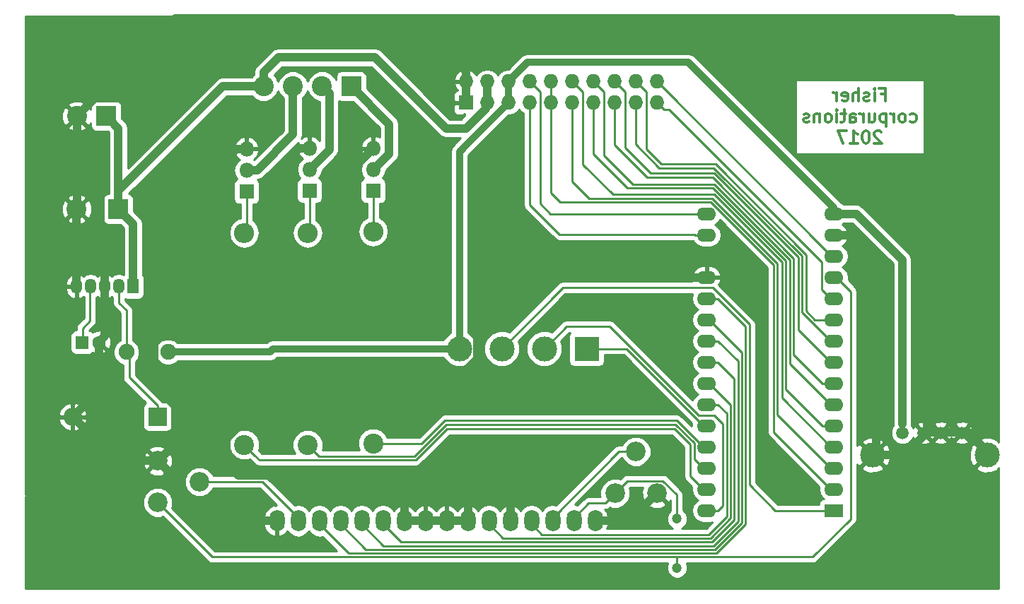
<source format=gbr>
G04 #@! TF.FileFunction,Copper,L2,Bot,Mixed*
%FSLAX46Y46*%
G04 Gerber Fmt 4.6, Leading zero omitted, Abs format (unit mm)*
G04 Created by KiCad (PCBNEW 4.0.5) date 07/20/17 14:16:25*
%MOMM*%
%LPD*%
G01*
G04 APERTURE LIST*
%ADD10C,0.100000*%
%ADD11C,0.300000*%
%ADD12O,1.800000X2.600000*%
%ADD13R,1.727200X1.727200*%
%ADD14O,1.727200X1.727200*%
%ADD15R,2.200000X2.200000*%
%ADD16O,2.200000X2.200000*%
%ADD17C,2.340000*%
%ADD18R,2.286000X1.574800*%
%ADD19O,2.286000X1.574800*%
%ADD20R,2.400000X2.400000*%
%ADD21C,2.400000*%
%ADD22R,1.600000X1.600000*%
%ADD23C,1.600000*%
%ADD24C,1.899920*%
%ADD25C,1.500000*%
%ADD26C,3.000000*%
%ADD27R,3.000000X3.000000*%
%ADD28R,1.800000X1.800000*%
%ADD29O,1.800000X1.800000*%
%ADD30O,2.400000X2.400000*%
%ADD31R,1.350000X1.800000*%
%ADD32O,1.350000X1.800000*%
%ADD33C,1.200000*%
%ADD34C,1.000000*%
%ADD35C,0.250000*%
%ADD36C,0.850000*%
%ADD37C,0.254000*%
G04 APERTURE END LIST*
D10*
D11*
X116988114Y-27162457D02*
X117488114Y-27162457D01*
X117488114Y-27948171D02*
X117488114Y-26448171D01*
X116773828Y-26448171D01*
X116202400Y-27948171D02*
X116202400Y-26948171D01*
X116202400Y-26448171D02*
X116273829Y-26519600D01*
X116202400Y-26591029D01*
X116130972Y-26519600D01*
X116202400Y-26448171D01*
X116202400Y-26591029D01*
X115559543Y-27876743D02*
X115416686Y-27948171D01*
X115130971Y-27948171D01*
X114988114Y-27876743D01*
X114916686Y-27733886D01*
X114916686Y-27662457D01*
X114988114Y-27519600D01*
X115130971Y-27448171D01*
X115345257Y-27448171D01*
X115488114Y-27376743D01*
X115559543Y-27233886D01*
X115559543Y-27162457D01*
X115488114Y-27019600D01*
X115345257Y-26948171D01*
X115130971Y-26948171D01*
X114988114Y-27019600D01*
X114273828Y-27948171D02*
X114273828Y-26448171D01*
X113630971Y-27948171D02*
X113630971Y-27162457D01*
X113702400Y-27019600D01*
X113845257Y-26948171D01*
X114059542Y-26948171D01*
X114202400Y-27019600D01*
X114273828Y-27091029D01*
X112345257Y-27876743D02*
X112488114Y-27948171D01*
X112773828Y-27948171D01*
X112916685Y-27876743D01*
X112988114Y-27733886D01*
X112988114Y-27162457D01*
X112916685Y-27019600D01*
X112773828Y-26948171D01*
X112488114Y-26948171D01*
X112345257Y-27019600D01*
X112273828Y-27162457D01*
X112273828Y-27305314D01*
X112988114Y-27448171D01*
X111630971Y-27948171D02*
X111630971Y-26948171D01*
X111630971Y-27233886D02*
X111559543Y-27091029D01*
X111488114Y-27019600D01*
X111345257Y-26948171D01*
X111202400Y-26948171D01*
X120488114Y-30426743D02*
X120630971Y-30498171D01*
X120916685Y-30498171D01*
X121059543Y-30426743D01*
X121130971Y-30355314D01*
X121202400Y-30212457D01*
X121202400Y-29783886D01*
X121130971Y-29641029D01*
X121059543Y-29569600D01*
X120916685Y-29498171D01*
X120630971Y-29498171D01*
X120488114Y-29569600D01*
X119630971Y-30498171D02*
X119773829Y-30426743D01*
X119845257Y-30355314D01*
X119916686Y-30212457D01*
X119916686Y-29783886D01*
X119845257Y-29641029D01*
X119773829Y-29569600D01*
X119630971Y-29498171D01*
X119416686Y-29498171D01*
X119273829Y-29569600D01*
X119202400Y-29641029D01*
X119130971Y-29783886D01*
X119130971Y-30212457D01*
X119202400Y-30355314D01*
X119273829Y-30426743D01*
X119416686Y-30498171D01*
X119630971Y-30498171D01*
X118488114Y-30498171D02*
X118488114Y-29498171D01*
X118488114Y-29783886D02*
X118416686Y-29641029D01*
X118345257Y-29569600D01*
X118202400Y-29498171D01*
X118059543Y-29498171D01*
X117559543Y-29498171D02*
X117559543Y-30998171D01*
X117559543Y-29569600D02*
X117416686Y-29498171D01*
X117130972Y-29498171D01*
X116988115Y-29569600D01*
X116916686Y-29641029D01*
X116845257Y-29783886D01*
X116845257Y-30212457D01*
X116916686Y-30355314D01*
X116988115Y-30426743D01*
X117130972Y-30498171D01*
X117416686Y-30498171D01*
X117559543Y-30426743D01*
X115559543Y-29498171D02*
X115559543Y-30498171D01*
X116202400Y-29498171D02*
X116202400Y-30283886D01*
X116130972Y-30426743D01*
X115988114Y-30498171D01*
X115773829Y-30498171D01*
X115630972Y-30426743D01*
X115559543Y-30355314D01*
X114845257Y-30498171D02*
X114845257Y-29498171D01*
X114845257Y-29783886D02*
X114773829Y-29641029D01*
X114702400Y-29569600D01*
X114559543Y-29498171D01*
X114416686Y-29498171D01*
X113273829Y-30498171D02*
X113273829Y-29712457D01*
X113345258Y-29569600D01*
X113488115Y-29498171D01*
X113773829Y-29498171D01*
X113916686Y-29569600D01*
X113273829Y-30426743D02*
X113416686Y-30498171D01*
X113773829Y-30498171D01*
X113916686Y-30426743D01*
X113988115Y-30283886D01*
X113988115Y-30141029D01*
X113916686Y-29998171D01*
X113773829Y-29926743D01*
X113416686Y-29926743D01*
X113273829Y-29855314D01*
X112773829Y-29498171D02*
X112202400Y-29498171D01*
X112559543Y-28998171D02*
X112559543Y-30283886D01*
X112488115Y-30426743D01*
X112345257Y-30498171D01*
X112202400Y-30498171D01*
X111702400Y-30498171D02*
X111702400Y-29498171D01*
X111702400Y-28998171D02*
X111773829Y-29069600D01*
X111702400Y-29141029D01*
X111630972Y-29069600D01*
X111702400Y-28998171D01*
X111702400Y-29141029D01*
X110773828Y-30498171D02*
X110916686Y-30426743D01*
X110988114Y-30355314D01*
X111059543Y-30212457D01*
X111059543Y-29783886D01*
X110988114Y-29641029D01*
X110916686Y-29569600D01*
X110773828Y-29498171D01*
X110559543Y-29498171D01*
X110416686Y-29569600D01*
X110345257Y-29641029D01*
X110273828Y-29783886D01*
X110273828Y-30212457D01*
X110345257Y-30355314D01*
X110416686Y-30426743D01*
X110559543Y-30498171D01*
X110773828Y-30498171D01*
X109630971Y-29498171D02*
X109630971Y-30498171D01*
X109630971Y-29641029D02*
X109559543Y-29569600D01*
X109416685Y-29498171D01*
X109202400Y-29498171D01*
X109059543Y-29569600D01*
X108988114Y-29712457D01*
X108988114Y-30498171D01*
X108345257Y-30426743D02*
X108202400Y-30498171D01*
X107916685Y-30498171D01*
X107773828Y-30426743D01*
X107702400Y-30283886D01*
X107702400Y-30212457D01*
X107773828Y-30069600D01*
X107916685Y-29998171D01*
X108130971Y-29998171D01*
X108273828Y-29926743D01*
X108345257Y-29783886D01*
X108345257Y-29712457D01*
X108273828Y-29569600D01*
X108130971Y-29498171D01*
X107916685Y-29498171D01*
X107773828Y-29569600D01*
X117023828Y-31691029D02*
X116952399Y-31619600D01*
X116809542Y-31548171D01*
X116452399Y-31548171D01*
X116309542Y-31619600D01*
X116238113Y-31691029D01*
X116166685Y-31833886D01*
X116166685Y-31976743D01*
X116238113Y-32191029D01*
X117095256Y-33048171D01*
X116166685Y-33048171D01*
X115238114Y-31548171D02*
X115095257Y-31548171D01*
X114952400Y-31619600D01*
X114880971Y-31691029D01*
X114809542Y-31833886D01*
X114738114Y-32119600D01*
X114738114Y-32476743D01*
X114809542Y-32762457D01*
X114880971Y-32905314D01*
X114952400Y-32976743D01*
X115095257Y-33048171D01*
X115238114Y-33048171D01*
X115380971Y-32976743D01*
X115452400Y-32905314D01*
X115523828Y-32762457D01*
X115595257Y-32476743D01*
X115595257Y-32119600D01*
X115523828Y-31833886D01*
X115452400Y-31691029D01*
X115380971Y-31619600D01*
X115238114Y-31548171D01*
X113309543Y-33048171D02*
X114166686Y-33048171D01*
X113738114Y-33048171D02*
X113738114Y-31548171D01*
X113880971Y-31762457D01*
X114023829Y-31905314D01*
X114166686Y-31976743D01*
X112809543Y-31548171D02*
X111809543Y-31548171D01*
X112452400Y-33048171D01*
D12*
X82753200Y-78308200D03*
X80213200Y-78308200D03*
X77673200Y-78308200D03*
X75133200Y-78308200D03*
X72593200Y-78308200D03*
X70053200Y-78308200D03*
X67513200Y-78308200D03*
X64973200Y-78308200D03*
X62433200Y-78308200D03*
X59893200Y-78308200D03*
X57353200Y-78308200D03*
X54813200Y-78308200D03*
X52273200Y-78308200D03*
X49733200Y-78308200D03*
X47193200Y-78308200D03*
X44653200Y-78308200D03*
D13*
X67284600Y-28168600D03*
D14*
X67284600Y-25628600D03*
X69824600Y-28168600D03*
X69824600Y-25628600D03*
X72364600Y-28168600D03*
X72364600Y-25628600D03*
X74904600Y-28168600D03*
X74904600Y-25628600D03*
X77444600Y-28168600D03*
X77444600Y-25628600D03*
X79984600Y-28168600D03*
X79984600Y-25628600D03*
X82524600Y-28168600D03*
X82524600Y-25628600D03*
X85064600Y-28168600D03*
X85064600Y-25628600D03*
X87604600Y-28168600D03*
X87604600Y-25628600D03*
X90144600Y-28168600D03*
X90144600Y-25628600D03*
D15*
X30353000Y-65836800D03*
D16*
X20193000Y-65836800D03*
D17*
X30382200Y-71109200D03*
X35382200Y-73609200D03*
X30382200Y-76109200D03*
D18*
X111328200Y-77063600D03*
D19*
X111328200Y-74523600D03*
X111328200Y-71983600D03*
X111328200Y-69443600D03*
X111328200Y-66903600D03*
X111328200Y-64363600D03*
X111328200Y-61823600D03*
X111328200Y-59283600D03*
X111328200Y-56743600D03*
X111328200Y-54203600D03*
X111328200Y-51663600D03*
X111328200Y-49123600D03*
X111328200Y-46583600D03*
X111328200Y-44043600D03*
X111328200Y-41503600D03*
X96088200Y-41503600D03*
X96088200Y-44043600D03*
X96088200Y-49123600D03*
X96088200Y-51663600D03*
X96088200Y-54203600D03*
X96088200Y-56743600D03*
X96088200Y-59283600D03*
X96088200Y-61823600D03*
X96088200Y-64363600D03*
X96088200Y-66903600D03*
X96088200Y-69443600D03*
X96088200Y-71983600D03*
X96088200Y-74523600D03*
X96088200Y-77063600D03*
D20*
X25679400Y-40944800D03*
D21*
X20679400Y-40944800D03*
D22*
X21361400Y-56896000D03*
D23*
X23361400Y-56896000D03*
D21*
X20731600Y-29794200D03*
D20*
X24231600Y-29794200D03*
D21*
X46568600Y-26212800D03*
X43068600Y-26212800D03*
X50068600Y-26212800D03*
D20*
X53568600Y-26212800D03*
D24*
X26634440Y-58064400D03*
X31633160Y-58064400D03*
D25*
X126650000Y-67750000D03*
X124110000Y-67750000D03*
X122080000Y-67750000D03*
X119540000Y-67750000D03*
D26*
X129700000Y-70420000D03*
X115980000Y-70420000D03*
X76657200Y-57658000D03*
X71577200Y-57658000D03*
D27*
X81737200Y-57658000D03*
D26*
X66497200Y-57658000D03*
D28*
X56184800Y-38735000D03*
D29*
X56184800Y-36195000D03*
X56184800Y-33655000D03*
D28*
X48564800Y-38709600D03*
D29*
X48564800Y-36169600D03*
X48564800Y-33629600D03*
D28*
X41021000Y-38811200D03*
D29*
X41021000Y-36271200D03*
X41021000Y-33731200D03*
D21*
X56184800Y-69011800D03*
D30*
X56184800Y-43611800D03*
D21*
X48336200Y-69189600D03*
D30*
X48336200Y-43789600D03*
D21*
X40741600Y-69189600D03*
D30*
X40741600Y-43789600D03*
D17*
X85144600Y-75006200D03*
X87644600Y-70006200D03*
X90144600Y-75006200D03*
D31*
X27457400Y-50190400D03*
D32*
X25757400Y-50190400D03*
X24057400Y-50190400D03*
X22357400Y-50190400D03*
X20657400Y-50190400D03*
D33*
X92570000Y-83950000D03*
X92560000Y-78060000D03*
D34*
X69824600Y-28168600D02*
X69700000Y-28293200D01*
X69700000Y-28293200D02*
X69700000Y-28900000D01*
X69700000Y-28900000D02*
X67317198Y-31282802D01*
X43068600Y-24515744D02*
X43068600Y-26212800D01*
X67317198Y-31282802D02*
X64912402Y-31282802D01*
X64912402Y-31282802D02*
X56388000Y-22758400D01*
X56388000Y-22758400D02*
X44825944Y-22758400D01*
X44825944Y-22758400D02*
X43068600Y-24515744D01*
X24231600Y-29794200D02*
X24620000Y-30182600D01*
X24620000Y-30182600D02*
X24620000Y-30210000D01*
X24620000Y-30210000D02*
X25670000Y-31260000D01*
X25670000Y-31260000D02*
X25670000Y-40935400D01*
X25670000Y-40935400D02*
X25679400Y-40944800D01*
X43068600Y-26212800D02*
X38211400Y-26212800D01*
X38211400Y-26212800D02*
X25679400Y-38744800D01*
X25679400Y-38744800D02*
X25679400Y-40944800D01*
X69824600Y-25628600D02*
X69824600Y-28168600D01*
X27457400Y-50190400D02*
X27457400Y-42722800D01*
X27457400Y-42722800D02*
X25679400Y-40944800D01*
X59893200Y-78308200D02*
X59893200Y-76008200D01*
X59893200Y-76008200D02*
X56699990Y-72814990D01*
X56699990Y-72814990D02*
X40026788Y-72814990D01*
X40026788Y-72814990D02*
X37150999Y-69939201D01*
X40259000Y-18059400D02*
X60922957Y-18045643D01*
X32466400Y-18059400D02*
X40259000Y-18059400D01*
X20731600Y-29794200D02*
X32466400Y-18059400D01*
X60922957Y-18045643D02*
X64973200Y-18059400D01*
X67284600Y-25628600D02*
X67284600Y-24407286D01*
X67284600Y-24407286D02*
X60922957Y-18045643D01*
X52654200Y-43891200D02*
X50190400Y-46355000D01*
X50190400Y-46355000D02*
X44907200Y-46355000D01*
X52654200Y-37185600D02*
X52654200Y-43891200D01*
X56184800Y-33655000D02*
X52654200Y-37185600D01*
X43002200Y-48260000D02*
X34746990Y-48260000D01*
X34746990Y-48260000D02*
X29983199Y-43496209D01*
X44907200Y-46355000D02*
X43002200Y-48260000D01*
X44907200Y-36014408D02*
X44907200Y-46355000D01*
X48564800Y-33629600D02*
X47292008Y-33629600D01*
X47292008Y-33629600D02*
X44907200Y-36014408D01*
X41021000Y-33731200D02*
X39748208Y-33731200D01*
X39748208Y-33731200D02*
X29983199Y-43496209D01*
X29983199Y-43496209D02*
X29983199Y-62006997D01*
X29983199Y-62006997D02*
X37150999Y-69174797D01*
X37150999Y-69174797D02*
X37150999Y-69939201D01*
X30382200Y-71109200D02*
X31552199Y-72279199D01*
X31552199Y-72885428D02*
X36974971Y-78308200D01*
X31552199Y-72279199D02*
X31552199Y-72885428D01*
X30382200Y-71109200D02*
X31552199Y-69939201D01*
X31552199Y-69939201D02*
X37150999Y-69939201D01*
X37150999Y-69939201D02*
X40304031Y-66786169D01*
X20193000Y-65836800D02*
X25465400Y-71109200D01*
X25465400Y-71109200D02*
X30382200Y-71109200D01*
X71755000Y-74980800D02*
X72593200Y-75819000D01*
X72593200Y-75819000D02*
X72593200Y-78308200D01*
X68540600Y-74980800D02*
X71755000Y-74980800D01*
X67513200Y-78308200D02*
X67513200Y-76008200D01*
X67513200Y-76008200D02*
X68540600Y-74980800D01*
X96088200Y-49123600D02*
X71775598Y-49123600D01*
X71775598Y-49123600D02*
X68697201Y-52201997D01*
X68697201Y-52201997D02*
X68697201Y-58861599D01*
X68697201Y-58861599D02*
X60772631Y-66786169D01*
X60772631Y-66786169D02*
X40304031Y-66786169D01*
X111328200Y-44043600D02*
X113471200Y-44043600D01*
X113471200Y-44043600D02*
X116429600Y-47002000D01*
X116429600Y-47002000D02*
X116429600Y-68239680D01*
X116429600Y-68239680D02*
X116429600Y-70361000D01*
X125552200Y-18059400D02*
X64973200Y-18059400D01*
X130403600Y-22910800D02*
X125552200Y-18059400D01*
X130403600Y-58756340D02*
X130403600Y-22910800D01*
X122529600Y-67691000D02*
X122529600Y-66630340D01*
X122529600Y-66630340D02*
X130403600Y-58756340D01*
X122529600Y-67691000D02*
X119859600Y-70361000D01*
X119859600Y-70361000D02*
X116429600Y-70361000D01*
X127099600Y-67691000D02*
X127479600Y-67691000D01*
X127479600Y-67691000D02*
X130149600Y-70361000D01*
X127099600Y-67691000D02*
X124559600Y-67691000D01*
X122529600Y-67691000D02*
X124559600Y-67691000D01*
X67284600Y-28168600D02*
X67284600Y-25628600D01*
X90144600Y-75006200D02*
X86842600Y-78308200D01*
X86842600Y-78308200D02*
X82753200Y-78308200D01*
X67513200Y-78308200D02*
X67513200Y-78185445D01*
X72593200Y-78185445D02*
X72593200Y-78308200D01*
X64973200Y-78308200D02*
X67513200Y-78308200D01*
X62433200Y-78308200D02*
X64973200Y-78308200D01*
X59893200Y-78308200D02*
X62433200Y-78308200D01*
X59893200Y-77908200D02*
X59893200Y-78308200D01*
X44653200Y-78308200D02*
X36974971Y-78308200D01*
X23361400Y-56896000D02*
X23361400Y-62668400D01*
X23361400Y-62668400D02*
X20193000Y-65836800D01*
X24057400Y-50190400D02*
X24057400Y-56200000D01*
X24057400Y-56200000D02*
X23361400Y-56896000D01*
X20657400Y-50190400D02*
X20657400Y-46812200D01*
X24057400Y-50190400D02*
X24057400Y-48290400D01*
X20657400Y-46812200D02*
X20657400Y-40966800D01*
X22579200Y-46812200D02*
X20657400Y-46812200D01*
X24057400Y-48290400D02*
X22579200Y-46812200D01*
X20657400Y-40966800D02*
X20679400Y-40944800D01*
X20731600Y-29794200D02*
X20731600Y-40892600D01*
X20731600Y-40892600D02*
X20679400Y-40944800D01*
D35*
X22357400Y-50190400D02*
X22300000Y-50247800D01*
X22300000Y-50247800D02*
X22300000Y-54290000D01*
X22300000Y-54290000D02*
X21380000Y-55210000D01*
X21380000Y-55210000D02*
X21380000Y-56877400D01*
X21380000Y-56877400D02*
X21361400Y-56896000D01*
X25757400Y-52188640D02*
X26634440Y-53065680D01*
X26634440Y-53065680D02*
X26634440Y-58064400D01*
X26974800Y-57724040D02*
X26974800Y-61108600D01*
X26974800Y-61108600D02*
X30353000Y-64486800D01*
X30353000Y-64486800D02*
X30353000Y-65836800D01*
X25757400Y-50190400D02*
X25757400Y-52188640D01*
X92510000Y-82633270D02*
X108796730Y-82633270D01*
X108796730Y-82633270D02*
X113360000Y-78070000D01*
X113360000Y-78070000D02*
X113360000Y-50799800D01*
X113360000Y-50799800D02*
X111683800Y-49123600D01*
X111683800Y-49123600D02*
X111328200Y-49123600D01*
X36906270Y-82633270D02*
X92510000Y-82633270D01*
X92570000Y-82693270D02*
X92510000Y-82633270D01*
X92570000Y-83950000D02*
X92570000Y-82693270D01*
X92520000Y-75168998D02*
X92520000Y-78020000D01*
X92520000Y-78020000D02*
X92560000Y-78060000D01*
X85144600Y-75006200D02*
X86639601Y-73511199D01*
X86639601Y-73511199D02*
X90862201Y-73511199D01*
X90862201Y-73511199D02*
X92520000Y-75168998D01*
X30382200Y-76109200D02*
X36906270Y-82633270D01*
X85144600Y-75006200D02*
X83974601Y-76176199D01*
X83974601Y-76176199D02*
X81945201Y-76176199D01*
X81945201Y-76176199D02*
X80213200Y-77908200D01*
X80213200Y-77908200D02*
X80213200Y-78308200D01*
X87644600Y-70006200D02*
X85575200Y-70006200D01*
X85575200Y-70006200D02*
X77673200Y-77908200D01*
X77673200Y-77908200D02*
X77673200Y-78308200D01*
X96088200Y-64363600D02*
X97481200Y-64363600D01*
X97481200Y-64363600D02*
X98526600Y-65409000D01*
X98526600Y-65409000D02*
X98526600Y-77774800D01*
X98526600Y-77774800D02*
X96368190Y-79933210D01*
X76358210Y-79933210D02*
X75133200Y-78708200D01*
X96368190Y-79933210D02*
X76358210Y-79933210D01*
X75133200Y-78708200D02*
X75133200Y-78308200D01*
X96088200Y-61823600D02*
X96443800Y-61823600D01*
X96443800Y-61823600D02*
X98976610Y-64356410D01*
X98976610Y-64356410D02*
X98976609Y-77961201D01*
X70053200Y-78708200D02*
X70053200Y-78308200D01*
X98976609Y-77961201D02*
X96554590Y-80383220D01*
X96554590Y-80383220D02*
X71728220Y-80383220D01*
X71728220Y-80383220D02*
X70053200Y-78708200D01*
X96088200Y-59283600D02*
X97481200Y-59283600D01*
X97481200Y-59283600D02*
X99426619Y-61229019D01*
X99426619Y-61229019D02*
X99426618Y-78147602D01*
X99426618Y-78147602D02*
X96740990Y-80833230D01*
X96740990Y-80833230D02*
X59478230Y-80833230D01*
X59478230Y-80833230D02*
X57353200Y-78708200D01*
X57353200Y-78708200D02*
X57353200Y-78308200D01*
X96088200Y-56743600D02*
X97481200Y-56743600D01*
X97481200Y-56743600D02*
X99876627Y-59139027D01*
X99876627Y-59139027D02*
X99876627Y-78334003D01*
X96927390Y-81283240D02*
X57388240Y-81283240D01*
X99876627Y-78334003D02*
X96927390Y-81283240D01*
X57388240Y-81283240D02*
X54813200Y-78708200D01*
X54813200Y-78708200D02*
X54813200Y-78308200D01*
X96088200Y-54203600D02*
X96443800Y-54203600D01*
X96443800Y-54203600D02*
X100326637Y-58086437D01*
X100326637Y-58086437D02*
X100326636Y-78520404D01*
X100326636Y-78520404D02*
X97113790Y-81733250D01*
X97113790Y-81733250D02*
X55298250Y-81733250D01*
X55298250Y-81733250D02*
X52273200Y-78708200D01*
X52273200Y-78708200D02*
X52273200Y-78308200D01*
X96088200Y-51663600D02*
X97481200Y-51663600D01*
X100776646Y-54959047D02*
X100776645Y-78706805D01*
X97481200Y-51663600D02*
X100776646Y-54959047D01*
X97300190Y-82183260D02*
X53208260Y-82183260D01*
X100776645Y-78706805D02*
X97300190Y-82183260D01*
X53208260Y-82183260D02*
X49733200Y-78708200D01*
X49733200Y-78708200D02*
X49733200Y-78308200D01*
X35413000Y-73640000D02*
X42925000Y-73640000D01*
X35382200Y-73609200D02*
X35413000Y-73640000D01*
X42925000Y-73640000D02*
X47193200Y-77908200D01*
X47193200Y-77908200D02*
X47193200Y-78308200D01*
D34*
X41021000Y-36271200D02*
X42293792Y-36271200D01*
X42293792Y-36271200D02*
X46568600Y-31996392D01*
X46568600Y-31996392D02*
X46568600Y-27909856D01*
X46568600Y-27909856D02*
X46568600Y-26212800D01*
X48564800Y-36169600D02*
X50940000Y-33794400D01*
X50132800Y-26212800D02*
X50068600Y-26212800D01*
X50940000Y-33794400D02*
X50940000Y-27020000D01*
X50940000Y-27020000D02*
X50132800Y-26212800D01*
X48463200Y-36271200D02*
X48564800Y-36169600D01*
D36*
X92830000Y-23340000D02*
X93910000Y-23340000D01*
X93910000Y-23340000D02*
X111328200Y-40758200D01*
X111328200Y-40758200D02*
X111328200Y-41503600D01*
X92871599Y-23340000D02*
X74653200Y-23340000D01*
X74653200Y-23340000D02*
X72364600Y-25628600D01*
D34*
X111328200Y-41503600D02*
X114033600Y-41503600D01*
X114033600Y-41503600D02*
X119540000Y-47010000D01*
X119540000Y-47010000D02*
X119540000Y-66689340D01*
D35*
X119540000Y-66689340D02*
X119540000Y-67750000D01*
D36*
X66497200Y-57658000D02*
X44206160Y-57658000D01*
X44206160Y-57658000D02*
X43824160Y-58040000D01*
X43824160Y-58040000D02*
X31700000Y-58040000D01*
X38776640Y-58040000D02*
X31657560Y-58040000D01*
X31657560Y-58040000D02*
X31633160Y-58064400D01*
X66497200Y-57658000D02*
X66497200Y-34036000D01*
X66497200Y-34036000D02*
X72364600Y-28168600D01*
X72364600Y-25628600D02*
X72364600Y-26849914D01*
X72364600Y-26849914D02*
X72364600Y-28168600D01*
D35*
X96088200Y-44043600D02*
X94695200Y-44043600D01*
X94695200Y-44043600D02*
X94644400Y-43992800D01*
X94644400Y-43992800D02*
X78511400Y-43992800D01*
X78511400Y-43992800D02*
X74904600Y-40386000D01*
X74904600Y-40386000D02*
X74904600Y-28168600D01*
X111328200Y-74523600D02*
X110972600Y-74523600D01*
X110972600Y-74523600D02*
X104140000Y-67691000D01*
X104140000Y-67691000D02*
X104140000Y-47626615D01*
X104140000Y-47626615D02*
X96619985Y-40106600D01*
X96619985Y-40106600D02*
X78526600Y-40106600D01*
X78526600Y-40106600D02*
X77444600Y-39024600D01*
X77444600Y-39024600D02*
X77444600Y-28168600D01*
X77444600Y-28168600D02*
X77444600Y-25628600D01*
X111328200Y-71983600D02*
X110972600Y-71983600D01*
X110972600Y-71983600D02*
X104590010Y-65601010D01*
X104590010Y-65601010D02*
X104590009Y-47440214D01*
X104590009Y-47440214D02*
X96799195Y-39649400D01*
X96799195Y-39649400D02*
X81999400Y-39649400D01*
X81999400Y-39649400D02*
X79984600Y-37634600D01*
X79984600Y-37634600D02*
X79984600Y-28168600D01*
X79984600Y-25628600D02*
X81260000Y-26904000D01*
X81260000Y-26904000D02*
X81260000Y-35575798D01*
X81260000Y-35575798D02*
X84883592Y-39199390D01*
X84883592Y-39199390D02*
X96985596Y-39199391D01*
X96985596Y-39199391D02*
X105105200Y-47318995D01*
X105105200Y-47318995D02*
X105105200Y-63576200D01*
X105105200Y-63576200D02*
X110972600Y-69443600D01*
X110972600Y-69443600D02*
X111328200Y-69443600D01*
X86639400Y-38430200D02*
X82524600Y-34315400D01*
X82524600Y-34315400D02*
X82524600Y-28168600D01*
X96852815Y-38430200D02*
X86639400Y-38430200D01*
X111328200Y-66903600D02*
X109935200Y-66903600D01*
X109935200Y-66903600D02*
X105555210Y-62523610D01*
X105555210Y-62523610D02*
X105555209Y-47132594D01*
X105555209Y-47132594D02*
X96852815Y-38430200D01*
X111328200Y-66903600D02*
X110972600Y-66903600D01*
X111328200Y-77063600D02*
X104292400Y-77063600D01*
X104292400Y-77063600D02*
X101226655Y-73997855D01*
X101226655Y-73997855D02*
X101226655Y-54744655D01*
X101226655Y-54744655D02*
X96852000Y-50370000D01*
X96852000Y-50370000D02*
X78865200Y-50370000D01*
X78865200Y-50370000D02*
X78333600Y-50901600D01*
X78333600Y-50901600D02*
X71577200Y-57658000D01*
X111328200Y-77063600D02*
X111328200Y-76452385D01*
X96088200Y-77063600D02*
X97481200Y-77063600D01*
X84520000Y-55010000D02*
X79305200Y-55010000D01*
X97481200Y-77063600D02*
X98076590Y-76468210D01*
X98076590Y-76468210D02*
X98076590Y-66636590D01*
X98076590Y-66636590D02*
X97060000Y-65620000D01*
X97060000Y-65620000D02*
X95130000Y-65620000D01*
X95130000Y-65620000D02*
X84520000Y-55010000D01*
X79305200Y-55010000D02*
X76657200Y-57658000D01*
X95732600Y-77063600D02*
X96088200Y-77063600D01*
X86487000Y-57658000D02*
X81737200Y-57658000D01*
X96088200Y-66903600D02*
X95732600Y-66903600D01*
X95732600Y-66903600D02*
X86487000Y-57658000D01*
X56184800Y-38735000D02*
X56184800Y-39885000D01*
X56184800Y-39885000D02*
X56184800Y-43611800D01*
X48564800Y-38709600D02*
X48564800Y-43561000D01*
X48564800Y-43561000D02*
X48336200Y-43789600D01*
X41021000Y-38811200D02*
X41021000Y-43510200D01*
X41021000Y-43510200D02*
X40741600Y-43789600D01*
X64770000Y-66243200D02*
X62001400Y-69011800D01*
X62001400Y-69011800D02*
X56184800Y-69011800D01*
X92532200Y-66243200D02*
X64770000Y-66243200D01*
X95732600Y-69443600D02*
X92532200Y-66243200D01*
X95732600Y-69443600D02*
X96088200Y-69443600D01*
X92378390Y-66725800D02*
X64923810Y-66725800D01*
X64923810Y-66725800D02*
X61112809Y-70536801D01*
X61112809Y-70536801D02*
X49683401Y-70536801D01*
X49683401Y-70536801D02*
X49536199Y-70389599D01*
X49536199Y-70389599D02*
X48336200Y-69189600D01*
X94620190Y-68967600D02*
X92378390Y-66725800D01*
X95732600Y-71983600D02*
X94620190Y-70871190D01*
X94620190Y-70871190D02*
X94620190Y-68967600D01*
X95732600Y-71983600D02*
X96088200Y-71983600D01*
X65026820Y-67259200D02*
X61299209Y-70986811D01*
X61299209Y-70986811D02*
X42538811Y-70986811D01*
X42538811Y-70986811D02*
X41941599Y-70389599D01*
X41941599Y-70389599D02*
X40741600Y-69189600D01*
X94170181Y-69154001D02*
X92275380Y-67259200D01*
X92275380Y-67259200D02*
X65026820Y-67259200D01*
X95732600Y-74523600D02*
X94170181Y-72961181D01*
X94170181Y-72961181D02*
X94170181Y-69154001D01*
X95732600Y-74523600D02*
X96088200Y-74523600D01*
X82524600Y-25628600D02*
X83800000Y-26904000D01*
X83800000Y-26904000D02*
X83800000Y-34498600D01*
X83800000Y-34498600D02*
X87281590Y-37980190D01*
X87281590Y-37980190D02*
X97039216Y-37980191D01*
X110972600Y-64363600D02*
X111328200Y-64363600D01*
X97039216Y-37980191D02*
X106070400Y-47011375D01*
X106070400Y-47011375D02*
X106070400Y-59461400D01*
X106070400Y-59461400D02*
X110972600Y-64363600D01*
X88950800Y-37134800D02*
X85064600Y-33248600D01*
X85064600Y-33248600D02*
X85064600Y-28168600D01*
X96830235Y-37134800D02*
X88950800Y-37134800D01*
X111328200Y-61823600D02*
X109935200Y-61823600D01*
X109935200Y-61823600D02*
X106520410Y-58408810D01*
X106520410Y-58408810D02*
X106520409Y-46824974D01*
X106520409Y-46824974D02*
X96830235Y-37134800D01*
X85064600Y-25628600D02*
X86330000Y-26894000D01*
X86330000Y-26894000D02*
X86330000Y-33548800D01*
X86330000Y-33548800D02*
X89433400Y-36652200D01*
X89433400Y-36652200D02*
X96984045Y-36652200D01*
X96984045Y-36652200D02*
X107061000Y-46729155D01*
X107061000Y-55372000D02*
X110972600Y-59283600D01*
X107061000Y-46729155D02*
X107061000Y-55372000D01*
X110972600Y-59283600D02*
X111328200Y-59283600D01*
X90449400Y-35991800D02*
X87604600Y-33147000D01*
X87604600Y-33147000D02*
X87604600Y-28168600D01*
X96960055Y-35991800D02*
X90449400Y-35991800D01*
X111328200Y-56743600D02*
X110972600Y-56743600D01*
X110972600Y-56743600D02*
X107511010Y-53282010D01*
X107511010Y-53282010D02*
X107511009Y-46542754D01*
X107511009Y-46542754D02*
X96960055Y-35991800D01*
X87604600Y-25628600D02*
X88870000Y-26894000D01*
X88870000Y-26894000D02*
X88870000Y-33775990D01*
X88870000Y-33775990D02*
X90635800Y-35541790D01*
X108026200Y-46421535D02*
X108026200Y-53160790D01*
X90635800Y-35541790D02*
X97146456Y-35541791D01*
X109069010Y-54203600D02*
X111328200Y-54203600D01*
X97146456Y-35541791D02*
X108026200Y-46421535D01*
X108026200Y-53160790D02*
X109069010Y-54203600D01*
X111328200Y-54203600D02*
X110972600Y-54203600D01*
X90144600Y-28168600D02*
X91008199Y-29032199D01*
X91008199Y-29032199D02*
X91622199Y-29032199D01*
X91622199Y-29032199D02*
X109860190Y-47270190D01*
X109860190Y-50551190D02*
X110972600Y-51663600D01*
X109860190Y-47270190D02*
X109860190Y-50551190D01*
X110972600Y-51663600D02*
X111328200Y-51663600D01*
X90144600Y-25628600D02*
X111099600Y-46583600D01*
X111099600Y-46583600D02*
X111328200Y-46583600D01*
X111328200Y-46583600D02*
X110972600Y-46583600D01*
D34*
X53568600Y-26212800D02*
X53568600Y-26228600D01*
X53568600Y-26228600D02*
X58090000Y-30750000D01*
X58090000Y-30750000D02*
X58090000Y-34289800D01*
X58090000Y-34289800D02*
X56184800Y-36195000D01*
X56159400Y-36169600D02*
X56184800Y-36195000D01*
D35*
X96088200Y-41503600D02*
X77413600Y-41503600D01*
X77413600Y-41503600D02*
X76170000Y-40260000D01*
X76170000Y-40260000D02*
X76170000Y-26894000D01*
X76170000Y-26894000D02*
X75768199Y-26492199D01*
X75768199Y-26492199D02*
X74904600Y-25628600D01*
D37*
G36*
X131090600Y-68849792D02*
X131034364Y-68906028D01*
X130874582Y-68587261D01*
X130083813Y-68277277D01*
X129234613Y-68293503D01*
X128525418Y-68587261D01*
X128365635Y-68906030D01*
X129700000Y-70240395D01*
X129714143Y-70226253D01*
X129893748Y-70405858D01*
X129879605Y-70420000D01*
X129893748Y-70434143D01*
X129714143Y-70613748D01*
X129700000Y-70599605D01*
X128365635Y-71933970D01*
X128525418Y-72252739D01*
X129316187Y-72562723D01*
X130165387Y-72546497D01*
X130874582Y-72252739D01*
X131034364Y-71933972D01*
X131090600Y-71990208D01*
X131090600Y-86412000D01*
X14553000Y-86412000D01*
X14553000Y-75367636D01*
X22736637Y-75133148D01*
X22785741Y-75121731D01*
X22826534Y-75092110D01*
X22852588Y-75048951D01*
X22859799Y-74999057D01*
X22847030Y-74950288D01*
X22816293Y-74910329D01*
X22772431Y-74885476D01*
X22729363Y-74879252D01*
X14553000Y-75113532D01*
X14553000Y-72384686D01*
X29286320Y-72384686D01*
X29405786Y-72669184D01*
X30077090Y-72924094D01*
X30794846Y-72902704D01*
X31358614Y-72669184D01*
X31478080Y-72384686D01*
X30382200Y-71288805D01*
X29286320Y-72384686D01*
X14553000Y-72384686D01*
X14553000Y-70804090D01*
X28567306Y-70804090D01*
X28588696Y-71521846D01*
X28822216Y-72085614D01*
X29106714Y-72205080D01*
X30202595Y-71109200D01*
X30561805Y-71109200D01*
X31657686Y-72205080D01*
X31942184Y-72085614D01*
X32197094Y-71414310D01*
X32175704Y-70696554D01*
X31942184Y-70132786D01*
X31657686Y-70013320D01*
X30561805Y-71109200D01*
X30202595Y-71109200D01*
X29106714Y-70013320D01*
X28822216Y-70132786D01*
X28567306Y-70804090D01*
X14553000Y-70804090D01*
X14553000Y-69833714D01*
X29286320Y-69833714D01*
X30382200Y-70929595D01*
X31478080Y-69833714D01*
X31358614Y-69549216D01*
X30687310Y-69294306D01*
X29969554Y-69315696D01*
X29405786Y-69549216D01*
X29286320Y-69833714D01*
X14553000Y-69833714D01*
X14553000Y-66232922D01*
X18503825Y-66232922D01*
X18718466Y-66751132D01*
X19180608Y-67245812D01*
X19796877Y-67525983D01*
X20066000Y-67408404D01*
X20066000Y-65963800D01*
X20320000Y-65963800D01*
X20320000Y-67408404D01*
X20589123Y-67525983D01*
X21205392Y-67245812D01*
X21667534Y-66751132D01*
X21882175Y-66232922D01*
X21764125Y-65963800D01*
X20320000Y-65963800D01*
X20066000Y-65963800D01*
X18621875Y-65963800D01*
X18503825Y-66232922D01*
X14553000Y-66232922D01*
X14553000Y-65440678D01*
X18503825Y-65440678D01*
X18621875Y-65709800D01*
X20066000Y-65709800D01*
X20066000Y-64265196D01*
X20320000Y-64265196D01*
X20320000Y-65709800D01*
X21764125Y-65709800D01*
X21882175Y-65440678D01*
X21667534Y-64922468D01*
X21205392Y-64427788D01*
X20589123Y-64147617D01*
X20320000Y-64265196D01*
X20066000Y-64265196D01*
X19796877Y-64147617D01*
X19180608Y-64427788D01*
X18718466Y-64922468D01*
X18503825Y-65440678D01*
X14553000Y-65440678D01*
X14553000Y-56096000D01*
X19913960Y-56096000D01*
X19913960Y-57696000D01*
X19958238Y-57931317D01*
X20097310Y-58147441D01*
X20309510Y-58292431D01*
X20561400Y-58343440D01*
X22161400Y-58343440D01*
X22396717Y-58299162D01*
X22612841Y-58160090D01*
X22617377Y-58153452D01*
X23144623Y-58342965D01*
X23714854Y-58315778D01*
X24115405Y-58149864D01*
X24189539Y-57903745D01*
X23361400Y-57075605D01*
X23347258Y-57089748D01*
X23167653Y-56910143D01*
X23181795Y-56896000D01*
X23541005Y-56896000D01*
X24369145Y-57724139D01*
X24615264Y-57650005D01*
X24808365Y-57112777D01*
X24781178Y-56542546D01*
X24615264Y-56141995D01*
X24369145Y-56067861D01*
X23541005Y-56896000D01*
X23181795Y-56896000D01*
X23167653Y-56881858D01*
X23347258Y-56702252D01*
X23361400Y-56716395D01*
X24189539Y-55888255D01*
X24115405Y-55642136D01*
X23578177Y-55449035D01*
X23007946Y-55476222D01*
X22616453Y-55638384D01*
X22413290Y-55499569D01*
X22207006Y-55457796D01*
X22837401Y-54827401D01*
X23002148Y-54580840D01*
X23023678Y-54472599D01*
X23060000Y-54290000D01*
X23060000Y-51521260D01*
X23207554Y-51422668D01*
X23655190Y-51670929D01*
X23728000Y-51683310D01*
X23930400Y-51559624D01*
X23930400Y-50317400D01*
X23910400Y-50317400D01*
X23910400Y-50063400D01*
X23930400Y-50063400D01*
X23930400Y-48821176D01*
X23728000Y-48697490D01*
X23655190Y-48709871D01*
X23207554Y-48958132D01*
X22858715Y-48725046D01*
X22357400Y-48625328D01*
X21856085Y-48725046D01*
X21507246Y-48958132D01*
X21059610Y-48709871D01*
X20986800Y-48697490D01*
X20784400Y-48821176D01*
X20784400Y-50063400D01*
X20804400Y-50063400D01*
X20804400Y-50317400D01*
X20784400Y-50317400D01*
X20784400Y-51559624D01*
X20986800Y-51683310D01*
X21059610Y-51670929D01*
X21507246Y-51422668D01*
X21540000Y-51444553D01*
X21540000Y-53975198D01*
X20842599Y-54672599D01*
X20677852Y-54919161D01*
X20620000Y-55210000D01*
X20620000Y-55448560D01*
X20561400Y-55448560D01*
X20326083Y-55492838D01*
X20109959Y-55631910D01*
X19964969Y-55844110D01*
X19913960Y-56096000D01*
X14553000Y-56096000D01*
X14553000Y-50524276D01*
X19343523Y-50524276D01*
X19485201Y-51018787D01*
X19805336Y-51421438D01*
X20255190Y-51670929D01*
X20328000Y-51683310D01*
X20530400Y-51559624D01*
X20530400Y-50317400D01*
X19501417Y-50317400D01*
X19343523Y-50524276D01*
X14553000Y-50524276D01*
X14553000Y-49856524D01*
X19343523Y-49856524D01*
X19501417Y-50063400D01*
X20530400Y-50063400D01*
X20530400Y-48821176D01*
X20328000Y-48697490D01*
X20255190Y-48709871D01*
X19805336Y-48959362D01*
X19485201Y-49362013D01*
X19343523Y-49856524D01*
X14553000Y-49856524D01*
X14553000Y-42241975D01*
X19561830Y-42241975D01*
X19684965Y-42529588D01*
X20367134Y-42789507D01*
X21096843Y-42768586D01*
X21673835Y-42529588D01*
X21796970Y-42241975D01*
X20679400Y-41124405D01*
X19561830Y-42241975D01*
X14553000Y-42241975D01*
X14553000Y-40632534D01*
X18834693Y-40632534D01*
X18855614Y-41362243D01*
X19094612Y-41939235D01*
X19382225Y-42062370D01*
X20499795Y-40944800D01*
X20859005Y-40944800D01*
X21976575Y-42062370D01*
X22264188Y-41939235D01*
X22524107Y-41257066D01*
X22503186Y-40527357D01*
X22264188Y-39950365D01*
X21976575Y-39827230D01*
X20859005Y-40944800D01*
X20499795Y-40944800D01*
X19382225Y-39827230D01*
X19094612Y-39950365D01*
X18834693Y-40632534D01*
X14553000Y-40632534D01*
X14553000Y-39647625D01*
X19561830Y-39647625D01*
X20679400Y-40765195D01*
X21796970Y-39647625D01*
X21673835Y-39360012D01*
X20991666Y-39100093D01*
X20261957Y-39121014D01*
X19684965Y-39360012D01*
X19561830Y-39647625D01*
X14553000Y-39647625D01*
X14553000Y-31091375D01*
X19614030Y-31091375D01*
X19737165Y-31378988D01*
X20419334Y-31638907D01*
X21149043Y-31617986D01*
X21726035Y-31378988D01*
X21849170Y-31091375D01*
X20731600Y-29973805D01*
X19614030Y-31091375D01*
X14553000Y-31091375D01*
X14553000Y-29481934D01*
X18886893Y-29481934D01*
X18907814Y-30211643D01*
X19146812Y-30788635D01*
X19434425Y-30911770D01*
X20551995Y-29794200D01*
X20911205Y-29794200D01*
X22028775Y-30911770D01*
X22316388Y-30788635D01*
X22384160Y-30610764D01*
X22384160Y-30994200D01*
X22428438Y-31229517D01*
X22567510Y-31445641D01*
X22779710Y-31590631D01*
X23031600Y-31641640D01*
X24446508Y-31641640D01*
X24535000Y-31730132D01*
X24535000Y-39097360D01*
X24479400Y-39097360D01*
X24244083Y-39141638D01*
X24027959Y-39280710D01*
X23882969Y-39492910D01*
X23831960Y-39744800D01*
X23831960Y-42144800D01*
X23876238Y-42380117D01*
X24015310Y-42596241D01*
X24227510Y-42741231D01*
X24479400Y-42792240D01*
X25921708Y-42792240D01*
X26322400Y-43192932D01*
X26322400Y-48767599D01*
X26258715Y-48725046D01*
X25757400Y-48625328D01*
X25256085Y-48725046D01*
X24907246Y-48958132D01*
X24459610Y-48709871D01*
X24386800Y-48697490D01*
X24184400Y-48821176D01*
X24184400Y-50063400D01*
X24204400Y-50063400D01*
X24204400Y-50317400D01*
X24184400Y-50317400D01*
X24184400Y-51559624D01*
X24386800Y-51683310D01*
X24459610Y-51670929D01*
X24907246Y-51422668D01*
X24997400Y-51482907D01*
X24997400Y-52188640D01*
X25055252Y-52479479D01*
X25219999Y-52726041D01*
X25874440Y-53380482D01*
X25874440Y-56663497D01*
X25737805Y-56719953D01*
X25291560Y-57165420D01*
X25049756Y-57747749D01*
X25049206Y-58378285D01*
X25289993Y-58961035D01*
X25735460Y-59407280D01*
X26214800Y-59606319D01*
X26214800Y-61108600D01*
X26272652Y-61399439D01*
X26437399Y-61646001D01*
X28961311Y-64169913D01*
X28801559Y-64272710D01*
X28656569Y-64484910D01*
X28605560Y-64736800D01*
X28605560Y-66936800D01*
X28649838Y-67172117D01*
X28788910Y-67388241D01*
X29001110Y-67533231D01*
X29253000Y-67584240D01*
X31453000Y-67584240D01*
X31688317Y-67539962D01*
X31904441Y-67400890D01*
X32049431Y-67188690D01*
X32100440Y-66936800D01*
X32100440Y-64736800D01*
X32056162Y-64501483D01*
X31917090Y-64285359D01*
X31704890Y-64140369D01*
X31453000Y-64089360D01*
X30983920Y-64089360D01*
X30890401Y-63949399D01*
X27734800Y-60793798D01*
X27734800Y-59205477D01*
X27977320Y-58963380D01*
X28219124Y-58381051D01*
X28219674Y-57750515D01*
X27978887Y-57167765D01*
X27533420Y-56721520D01*
X27394440Y-56663810D01*
X27394440Y-53065680D01*
X27336588Y-52774841D01*
X27171841Y-52528279D01*
X26517400Y-51873838D01*
X26517400Y-51677873D01*
X26530510Y-51686831D01*
X26782400Y-51737840D01*
X28132400Y-51737840D01*
X28367717Y-51693562D01*
X28583841Y-51554490D01*
X28728831Y-51342290D01*
X28779840Y-51090400D01*
X28779840Y-49290400D01*
X28735562Y-49055083D01*
X28596490Y-48838959D01*
X28592400Y-48836164D01*
X28592400Y-42722800D01*
X28506003Y-42288454D01*
X28259966Y-41920234D01*
X27526840Y-41187108D01*
X27526840Y-39744800D01*
X27482562Y-39509483D01*
X27343490Y-39293359D01*
X27131290Y-39148369D01*
X26923119Y-39106213D01*
X32662874Y-33366458D01*
X39529954Y-33366458D01*
X39650003Y-33604200D01*
X40894000Y-33604200D01*
X40894000Y-32360822D01*
X41148000Y-32360822D01*
X41148000Y-33604200D01*
X42391997Y-33604200D01*
X42512046Y-33366458D01*
X42258966Y-32823624D01*
X41817417Y-32418960D01*
X41385740Y-32240164D01*
X41148000Y-32360822D01*
X40894000Y-32360822D01*
X40656260Y-32240164D01*
X40224583Y-32418960D01*
X39783034Y-32823624D01*
X39529954Y-33366458D01*
X32662874Y-33366458D01*
X38681532Y-27347800D01*
X41608800Y-27347800D01*
X42027799Y-27767530D01*
X42701995Y-28047481D01*
X43432003Y-28048118D01*
X44106686Y-27769345D01*
X44623330Y-27253601D01*
X44818735Y-26783015D01*
X45012055Y-27250886D01*
X45433600Y-27673167D01*
X45433600Y-31526259D01*
X41925212Y-35034647D01*
X41868418Y-34996699D01*
X42258966Y-34638776D01*
X42512046Y-34095942D01*
X42391997Y-33858200D01*
X41148000Y-33858200D01*
X41148000Y-33878200D01*
X40894000Y-33878200D01*
X40894000Y-33858200D01*
X39650003Y-33858200D01*
X39529954Y-34095942D01*
X39783034Y-34638776D01*
X40173582Y-34996699D01*
X39935591Y-35155719D01*
X39602845Y-35653709D01*
X39486000Y-36241128D01*
X39486000Y-36301272D01*
X39602845Y-36888691D01*
X39883837Y-37309226D01*
X39669559Y-37447110D01*
X39524569Y-37659310D01*
X39473560Y-37911200D01*
X39473560Y-39711200D01*
X39517838Y-39946517D01*
X39656910Y-40162641D01*
X39869110Y-40307631D01*
X40121000Y-40358640D01*
X40261000Y-40358640D01*
X40261000Y-42014247D01*
X40039376Y-42058331D01*
X39444059Y-42456109D01*
X39046281Y-43051426D01*
X38906600Y-43753650D01*
X38906600Y-43825550D01*
X39046281Y-44527774D01*
X39444059Y-45123091D01*
X40039376Y-45520869D01*
X40741600Y-45660550D01*
X41443824Y-45520869D01*
X42039141Y-45123091D01*
X42436919Y-44527774D01*
X42576600Y-43825550D01*
X42576600Y-43753650D01*
X42436919Y-43051426D01*
X42039141Y-42456109D01*
X41781000Y-42283625D01*
X41781000Y-40358640D01*
X41921000Y-40358640D01*
X42156317Y-40314362D01*
X42372441Y-40175290D01*
X42517431Y-39963090D01*
X42568440Y-39711200D01*
X42568440Y-37911200D01*
X42524162Y-37675883D01*
X42385090Y-37459759D01*
X42303792Y-37404211D01*
X42728138Y-37319803D01*
X43096358Y-37073766D01*
X47220916Y-32949209D01*
X47073754Y-33264858D01*
X47193803Y-33502600D01*
X48437800Y-33502600D01*
X48437800Y-32259222D01*
X48200060Y-32138564D01*
X47768383Y-32317360D01*
X47573812Y-32495678D01*
X47617203Y-32430738D01*
X47634703Y-32342760D01*
X47703600Y-31996392D01*
X47703600Y-27672600D01*
X48123330Y-27253601D01*
X48318735Y-26783015D01*
X48512055Y-27250886D01*
X49027799Y-27767530D01*
X49701995Y-28047481D01*
X49805000Y-28047571D01*
X49805000Y-32726816D01*
X49802766Y-32722024D01*
X49361217Y-32317360D01*
X48929540Y-32138564D01*
X48691800Y-32259222D01*
X48691800Y-33502600D01*
X48711800Y-33502600D01*
X48711800Y-33756600D01*
X48691800Y-33756600D01*
X48691800Y-33776600D01*
X48437800Y-33776600D01*
X48437800Y-33756600D01*
X47193803Y-33756600D01*
X47073754Y-33994342D01*
X47326834Y-34537176D01*
X47717382Y-34895099D01*
X47479391Y-35054119D01*
X47146645Y-35552109D01*
X47029800Y-36139528D01*
X47029800Y-36199672D01*
X47146645Y-36787091D01*
X47427637Y-37207626D01*
X47213359Y-37345510D01*
X47068369Y-37557710D01*
X47017360Y-37809600D01*
X47017360Y-39609600D01*
X47061638Y-39844917D01*
X47200710Y-40061041D01*
X47412910Y-40206031D01*
X47664800Y-40257040D01*
X47804800Y-40257040D01*
X47804800Y-42024352D01*
X47633976Y-42058331D01*
X47038659Y-42456109D01*
X46640881Y-43051426D01*
X46501200Y-43753650D01*
X46501200Y-43825550D01*
X46640881Y-44527774D01*
X47038659Y-45123091D01*
X47633976Y-45520869D01*
X48336200Y-45660550D01*
X49038424Y-45520869D01*
X49633741Y-45123091D01*
X50031519Y-44527774D01*
X50171200Y-43825550D01*
X50171200Y-43753650D01*
X50031519Y-43051426D01*
X49633741Y-42456109D01*
X49324800Y-42249681D01*
X49324800Y-40257040D01*
X49464800Y-40257040D01*
X49700117Y-40212762D01*
X49916241Y-40073690D01*
X50061231Y-39861490D01*
X50112240Y-39609600D01*
X50112240Y-37809600D01*
X50067962Y-37574283D01*
X49928890Y-37358159D01*
X49716690Y-37213169D01*
X49700456Y-37209881D01*
X49982955Y-36787091D01*
X50089853Y-36249679D01*
X51742566Y-34596966D01*
X51904510Y-34354600D01*
X51988603Y-34228746D01*
X52075000Y-33794400D01*
X52075000Y-33290258D01*
X54693754Y-33290258D01*
X54813803Y-33528000D01*
X56057800Y-33528000D01*
X56057800Y-32284622D01*
X55820060Y-32163964D01*
X55388383Y-32342760D01*
X54946834Y-32747424D01*
X54693754Y-33290258D01*
X52075000Y-33290258D01*
X52075000Y-27980732D01*
X52116710Y-28009231D01*
X52368600Y-28060240D01*
X53795108Y-28060240D01*
X56955000Y-31220132D01*
X56955000Y-32331901D01*
X56549540Y-32163964D01*
X56311800Y-32284622D01*
X56311800Y-33528000D01*
X56331800Y-33528000D01*
X56331800Y-33782000D01*
X56311800Y-33782000D01*
X56311800Y-33802000D01*
X56057800Y-33802000D01*
X56057800Y-33782000D01*
X54813803Y-33782000D01*
X54693754Y-34019742D01*
X54946834Y-34562576D01*
X55337382Y-34920499D01*
X55099391Y-35079519D01*
X54766645Y-35577509D01*
X54649800Y-36164928D01*
X54649800Y-36225072D01*
X54766645Y-36812491D01*
X55047637Y-37233026D01*
X54833359Y-37370910D01*
X54688369Y-37583110D01*
X54637360Y-37835000D01*
X54637360Y-39635000D01*
X54681638Y-39870317D01*
X54820710Y-40086441D01*
X55032910Y-40231431D01*
X55284800Y-40282440D01*
X55424800Y-40282440D01*
X55424800Y-41919136D01*
X54887259Y-42278309D01*
X54489481Y-42873626D01*
X54349800Y-43575850D01*
X54349800Y-43647750D01*
X54489481Y-44349974D01*
X54887259Y-44945291D01*
X55482576Y-45343069D01*
X56184800Y-45482750D01*
X56887024Y-45343069D01*
X57482341Y-44945291D01*
X57880119Y-44349974D01*
X58019800Y-43647750D01*
X58019800Y-43575850D01*
X57880119Y-42873626D01*
X57482341Y-42278309D01*
X56944800Y-41919136D01*
X56944800Y-40282440D01*
X57084800Y-40282440D01*
X57320117Y-40238162D01*
X57536241Y-40099090D01*
X57681231Y-39886890D01*
X57732240Y-39635000D01*
X57732240Y-37835000D01*
X57687962Y-37599683D01*
X57548890Y-37383559D01*
X57336690Y-37238569D01*
X57320456Y-37235281D01*
X57602955Y-36812491D01*
X57709853Y-36275079D01*
X58892566Y-35092366D01*
X59138604Y-34724145D01*
X59225000Y-34289800D01*
X59225000Y-30750000D01*
X59138603Y-30315654D01*
X58892566Y-29947434D01*
X55416040Y-26470908D01*
X55416040Y-25012800D01*
X55371762Y-24777483D01*
X55232690Y-24561359D01*
X55020490Y-24416369D01*
X54768600Y-24365360D01*
X52368600Y-24365360D01*
X52133283Y-24409638D01*
X51917159Y-24548710D01*
X51772169Y-24760910D01*
X51721160Y-25012800D01*
X51721160Y-25407088D01*
X51625145Y-25174714D01*
X51109401Y-24658070D01*
X50435205Y-24378119D01*
X49705197Y-24377482D01*
X49030514Y-24656255D01*
X48513870Y-25171999D01*
X48318465Y-25642585D01*
X48125145Y-25174714D01*
X47609401Y-24658070D01*
X46935205Y-24378119D01*
X46205197Y-24377482D01*
X45530514Y-24656255D01*
X45013870Y-25171999D01*
X44818465Y-25642585D01*
X44625145Y-25174714D01*
X44320220Y-24869256D01*
X45296076Y-23893400D01*
X55917868Y-23893400D01*
X64109836Y-32085368D01*
X64478056Y-32331405D01*
X64912402Y-32417802D01*
X66616332Y-32417802D01*
X65747667Y-33286467D01*
X65517888Y-33630355D01*
X65517888Y-33630356D01*
X65437200Y-34036000D01*
X65437200Y-55785910D01*
X65289400Y-55846980D01*
X64688291Y-56447041D01*
X64625607Y-56598000D01*
X44206160Y-56598000D01*
X43800516Y-56678688D01*
X43456627Y-56908467D01*
X43385094Y-56980000D01*
X32790169Y-56980000D01*
X32532140Y-56721520D01*
X31949811Y-56479716D01*
X31319275Y-56479166D01*
X30736525Y-56719953D01*
X30290280Y-57165420D01*
X30048476Y-57747749D01*
X30047926Y-58378285D01*
X30288713Y-58961035D01*
X30734180Y-59407280D01*
X31316509Y-59649084D01*
X31947045Y-59649634D01*
X32529795Y-59408847D01*
X32839181Y-59100000D01*
X43824160Y-59100000D01*
X44229805Y-59019312D01*
X44573693Y-58789533D01*
X44645226Y-58718000D01*
X64625110Y-58718000D01*
X64686180Y-58865800D01*
X65286241Y-59466909D01*
X66070659Y-59792628D01*
X66920015Y-59793370D01*
X67705000Y-59469020D01*
X68306109Y-58868959D01*
X68631828Y-58084541D01*
X68632570Y-57235185D01*
X68308220Y-56450200D01*
X67708159Y-55849091D01*
X67557200Y-55786407D01*
X67557200Y-48776540D01*
X94353190Y-48776540D01*
X94475348Y-48996600D01*
X95961200Y-48996600D01*
X95961200Y-47701200D01*
X96215200Y-47701200D01*
X96215200Y-48996600D01*
X97701052Y-48996600D01*
X97823210Y-48776540D01*
X97806527Y-48696604D01*
X97539391Y-48207614D01*
X97105462Y-47858075D01*
X96570800Y-47701200D01*
X96215200Y-47701200D01*
X95961200Y-47701200D01*
X95605600Y-47701200D01*
X95070938Y-47858075D01*
X94637009Y-48207614D01*
X94369873Y-48696604D01*
X94353190Y-48776540D01*
X67557200Y-48776540D01*
X67557200Y-34475066D01*
X72365066Y-29667200D01*
X72393959Y-29667200D01*
X72967448Y-29553126D01*
X73453629Y-29228270D01*
X73634600Y-28957428D01*
X73815571Y-29228270D01*
X74144600Y-29448120D01*
X74144600Y-40386000D01*
X74202452Y-40676839D01*
X74367199Y-40923401D01*
X77973999Y-44530201D01*
X78220560Y-44694948D01*
X78268814Y-44704546D01*
X78511400Y-44752800D01*
X94439813Y-44752800D01*
X94502080Y-44765186D01*
X94691978Y-45049389D01*
X95153438Y-45357726D01*
X95697767Y-45466000D01*
X96478633Y-45466000D01*
X97022962Y-45357726D01*
X97484422Y-45049389D01*
X97792759Y-44587929D01*
X97901033Y-44043600D01*
X97792759Y-43499271D01*
X97484422Y-43037811D01*
X97089001Y-42773600D01*
X97484422Y-42509389D01*
X97670094Y-42231511D01*
X103380000Y-47941417D01*
X103380000Y-67691000D01*
X103437852Y-67981839D01*
X103602599Y-68228401D01*
X109578817Y-74204619D01*
X109515367Y-74523600D01*
X109623641Y-75067929D01*
X109931978Y-75529389D01*
X110103660Y-75644103D01*
X109949883Y-75673038D01*
X109733759Y-75812110D01*
X109588769Y-76024310D01*
X109537760Y-76276200D01*
X109537760Y-76303600D01*
X104607202Y-76303600D01*
X101986655Y-73683053D01*
X101986655Y-54744655D01*
X101938401Y-54502069D01*
X101928803Y-54453815D01*
X101764056Y-54207254D01*
X97559528Y-50002726D01*
X97806527Y-49550596D01*
X97823210Y-49470660D01*
X97701052Y-49250600D01*
X96215200Y-49250600D01*
X96215200Y-49270600D01*
X95961200Y-49270600D01*
X95961200Y-49250600D01*
X94475348Y-49250600D01*
X94353190Y-49470660D01*
X94369873Y-49550596D01*
X94402325Y-49610000D01*
X78865200Y-49610000D01*
X78574361Y-49667852D01*
X78327799Y-49832599D01*
X72451217Y-55709181D01*
X72003741Y-55523372D01*
X71154385Y-55522630D01*
X70369400Y-55846980D01*
X69768291Y-56447041D01*
X69442572Y-57231459D01*
X69441830Y-58080815D01*
X69766180Y-58865800D01*
X70366241Y-59466909D01*
X71150659Y-59792628D01*
X72000015Y-59793370D01*
X72785000Y-59469020D01*
X73386109Y-58868959D01*
X73711828Y-58084541D01*
X73712570Y-57235185D01*
X73526102Y-56783900D01*
X79180002Y-51130000D01*
X94381507Y-51130000D01*
X94275367Y-51663600D01*
X94383641Y-52207929D01*
X94691978Y-52669389D01*
X95087399Y-52933600D01*
X94691978Y-53197811D01*
X94383641Y-53659271D01*
X94275367Y-54203600D01*
X94383641Y-54747929D01*
X94691978Y-55209389D01*
X95087399Y-55473600D01*
X94691978Y-55737811D01*
X94383641Y-56199271D01*
X94275367Y-56743600D01*
X94383641Y-57287929D01*
X94691978Y-57749389D01*
X95087399Y-58013600D01*
X94691978Y-58277811D01*
X94383641Y-58739271D01*
X94275367Y-59283600D01*
X94383641Y-59827929D01*
X94691978Y-60289389D01*
X95087399Y-60553600D01*
X94691978Y-60817811D01*
X94383641Y-61279271D01*
X94275367Y-61823600D01*
X94383641Y-62367929D01*
X94691978Y-62829389D01*
X95087399Y-63093600D01*
X94691978Y-63357811D01*
X94391825Y-63807023D01*
X85057401Y-54472599D01*
X84810839Y-54307852D01*
X84520000Y-54250000D01*
X79305200Y-54250000D01*
X79014361Y-54307852D01*
X78767799Y-54472599D01*
X77531217Y-55709181D01*
X77083741Y-55523372D01*
X76234385Y-55522630D01*
X75449400Y-55846980D01*
X74848291Y-56447041D01*
X74522572Y-57231459D01*
X74521830Y-58080815D01*
X74846180Y-58865800D01*
X75446241Y-59466909D01*
X76230659Y-59792628D01*
X77080015Y-59793370D01*
X77865000Y-59469020D01*
X78466109Y-58868959D01*
X78791828Y-58084541D01*
X78792570Y-57235185D01*
X78606102Y-56783900D01*
X79620002Y-55770000D01*
X79733769Y-55770000D01*
X79640769Y-55906110D01*
X79589760Y-56158000D01*
X79589760Y-59158000D01*
X79634038Y-59393317D01*
X79773110Y-59609441D01*
X79985310Y-59754431D01*
X80237200Y-59805440D01*
X83237200Y-59805440D01*
X83472517Y-59761162D01*
X83688641Y-59622090D01*
X83833631Y-59409890D01*
X83884640Y-59158000D01*
X83884640Y-58418000D01*
X86172198Y-58418000D01*
X94338817Y-66584619D01*
X94275367Y-66903600D01*
X94277345Y-66913543D01*
X93069601Y-65705799D01*
X92823039Y-65541052D01*
X92532200Y-65483200D01*
X64770000Y-65483200D01*
X64479161Y-65541052D01*
X64232599Y-65705799D01*
X61686598Y-68251800D01*
X57856248Y-68251800D01*
X57741345Y-67973714D01*
X57225601Y-67457070D01*
X56551405Y-67177119D01*
X55821397Y-67176482D01*
X55146714Y-67455255D01*
X54630070Y-67970999D01*
X54350119Y-68645195D01*
X54349482Y-69375203D01*
X54515419Y-69776801D01*
X50079281Y-69776801D01*
X50170881Y-69556205D01*
X50171518Y-68826197D01*
X49892745Y-68151514D01*
X49377001Y-67634870D01*
X48702805Y-67354919D01*
X47972797Y-67354282D01*
X47298114Y-67633055D01*
X46781470Y-68148799D01*
X46501519Y-68822995D01*
X46500882Y-69553003D01*
X46779293Y-70226811D01*
X42853613Y-70226811D01*
X42460893Y-69834091D01*
X42576281Y-69556205D01*
X42576918Y-68826197D01*
X42298145Y-68151514D01*
X41782401Y-67634870D01*
X41108205Y-67354919D01*
X40378197Y-67354282D01*
X39703514Y-67633055D01*
X39186870Y-68148799D01*
X38906919Y-68822995D01*
X38906282Y-69553003D01*
X39185055Y-70227686D01*
X39700799Y-70744330D01*
X40374995Y-71024281D01*
X41105003Y-71024918D01*
X41386007Y-70908809D01*
X42001410Y-71524212D01*
X42247971Y-71688959D01*
X42538811Y-71746811D01*
X61299209Y-71746811D01*
X61590048Y-71688959D01*
X61836610Y-71524212D01*
X65341622Y-68019200D01*
X91960578Y-68019200D01*
X93410181Y-69468803D01*
X93410181Y-72961181D01*
X93468033Y-73252020D01*
X93632780Y-73498582D01*
X94338817Y-74204619D01*
X94275367Y-74523600D01*
X94383641Y-75067929D01*
X94691978Y-75529389D01*
X95087399Y-75793600D01*
X94691978Y-76057811D01*
X94383641Y-76519271D01*
X94275367Y-77063600D01*
X94383641Y-77607929D01*
X94691978Y-78069389D01*
X95153438Y-78377726D01*
X95697767Y-78486000D01*
X96478633Y-78486000D01*
X96805645Y-78420953D01*
X96053388Y-79173210D01*
X93099850Y-79173210D01*
X93258657Y-79107592D01*
X93606371Y-78760485D01*
X93794785Y-78306734D01*
X93795214Y-77815421D01*
X93607592Y-77361343D01*
X93280000Y-77033178D01*
X93280000Y-75168998D01*
X93222148Y-74878159D01*
X93057401Y-74631597D01*
X91399602Y-72973798D01*
X91153040Y-72809051D01*
X90862201Y-72751199D01*
X86639601Y-72751199D01*
X86348762Y-72809051D01*
X86102200Y-72973798D01*
X85766138Y-73309860D01*
X85505212Y-73201514D01*
X84787138Y-73200887D01*
X84123485Y-73475103D01*
X83615288Y-73982415D01*
X83339914Y-74645588D01*
X83339287Y-75363662D01*
X83360995Y-75416199D01*
X81945201Y-75416199D01*
X81654361Y-75474051D01*
X81407800Y-75638798D01*
X80628666Y-76417932D01*
X80303041Y-76353161D01*
X85890002Y-70766200D01*
X86005612Y-70766200D01*
X86113503Y-71027315D01*
X86620815Y-71535512D01*
X87283988Y-71810886D01*
X88002062Y-71811513D01*
X88665715Y-71537297D01*
X89173912Y-71029985D01*
X89449286Y-70366812D01*
X89449913Y-69648738D01*
X89175697Y-68985085D01*
X88668385Y-68476888D01*
X88005212Y-68201514D01*
X87287138Y-68200887D01*
X86623485Y-68475103D01*
X86115288Y-68982415D01*
X86005755Y-69246200D01*
X85575200Y-69246200D01*
X85284361Y-69304052D01*
X85037799Y-69468799D01*
X78088666Y-76417932D01*
X77673200Y-76335291D01*
X77085781Y-76452136D01*
X76587791Y-76784882D01*
X76403200Y-77061142D01*
X76218609Y-76784882D01*
X75720619Y-76452136D01*
X75133200Y-76335291D01*
X74545781Y-76452136D01*
X74047791Y-76784882D01*
X73857008Y-77070410D01*
X73588806Y-76732988D01*
X73063286Y-76441444D01*
X72957940Y-76417164D01*
X72720200Y-76537822D01*
X72720200Y-78181200D01*
X72740200Y-78181200D01*
X72740200Y-78435200D01*
X72720200Y-78435200D01*
X72720200Y-78455200D01*
X72466200Y-78455200D01*
X72466200Y-78435200D01*
X72446200Y-78435200D01*
X72446200Y-78181200D01*
X72466200Y-78181200D01*
X72466200Y-76537822D01*
X72228460Y-76417164D01*
X72123114Y-76441444D01*
X71597594Y-76732988D01*
X71329392Y-77070410D01*
X71138609Y-76784882D01*
X70640619Y-76452136D01*
X70053200Y-76335291D01*
X69465781Y-76452136D01*
X68967791Y-76784882D01*
X68777008Y-77070410D01*
X68508806Y-76732988D01*
X67983286Y-76441444D01*
X67877940Y-76417164D01*
X67640200Y-76537822D01*
X67640200Y-78181200D01*
X67660200Y-78181200D01*
X67660200Y-78435200D01*
X67640200Y-78435200D01*
X67640200Y-78455200D01*
X67386200Y-78455200D01*
X67386200Y-78435200D01*
X65100200Y-78435200D01*
X65100200Y-78455200D01*
X64846200Y-78455200D01*
X64846200Y-78435200D01*
X62560200Y-78435200D01*
X62560200Y-78455200D01*
X62306200Y-78455200D01*
X62306200Y-78435200D01*
X60020200Y-78435200D01*
X60020200Y-78455200D01*
X59766200Y-78455200D01*
X59766200Y-78435200D01*
X59746200Y-78435200D01*
X59746200Y-78181200D01*
X59766200Y-78181200D01*
X59766200Y-76537822D01*
X60020200Y-76537822D01*
X60020200Y-78181200D01*
X62306200Y-78181200D01*
X62306200Y-76537822D01*
X62560200Y-76537822D01*
X62560200Y-78181200D01*
X64846200Y-78181200D01*
X64846200Y-76537822D01*
X65100200Y-76537822D01*
X65100200Y-78181200D01*
X67386200Y-78181200D01*
X67386200Y-76537822D01*
X67148460Y-76417164D01*
X67043114Y-76441444D01*
X66517594Y-76732988D01*
X66243200Y-77078200D01*
X65968806Y-76732988D01*
X65443286Y-76441444D01*
X65337940Y-76417164D01*
X65100200Y-76537822D01*
X64846200Y-76537822D01*
X64608460Y-76417164D01*
X64503114Y-76441444D01*
X63977594Y-76732988D01*
X63703200Y-77078200D01*
X63428806Y-76732988D01*
X62903286Y-76441444D01*
X62797940Y-76417164D01*
X62560200Y-76537822D01*
X62306200Y-76537822D01*
X62068460Y-76417164D01*
X61963114Y-76441444D01*
X61437594Y-76732988D01*
X61163200Y-77078200D01*
X60888806Y-76732988D01*
X60363286Y-76441444D01*
X60257940Y-76417164D01*
X60020200Y-76537822D01*
X59766200Y-76537822D01*
X59528460Y-76417164D01*
X59423114Y-76441444D01*
X58897594Y-76732988D01*
X58629392Y-77070410D01*
X58438609Y-76784882D01*
X57940619Y-76452136D01*
X57353200Y-76335291D01*
X56765781Y-76452136D01*
X56267791Y-76784882D01*
X56083200Y-77061142D01*
X55898609Y-76784882D01*
X55400619Y-76452136D01*
X54813200Y-76335291D01*
X54225781Y-76452136D01*
X53727791Y-76784882D01*
X53543200Y-77061142D01*
X53358609Y-76784882D01*
X52860619Y-76452136D01*
X52273200Y-76335291D01*
X51685781Y-76452136D01*
X51187791Y-76784882D01*
X51003200Y-77061142D01*
X50818609Y-76784882D01*
X50320619Y-76452136D01*
X49733200Y-76335291D01*
X49145781Y-76452136D01*
X48647791Y-76784882D01*
X48463200Y-77061142D01*
X48278609Y-76784882D01*
X47780619Y-76452136D01*
X47193200Y-76335291D01*
X46777734Y-76417932D01*
X43462401Y-73102599D01*
X43215839Y-72937852D01*
X42925000Y-72880000D01*
X37033914Y-72880000D01*
X36913297Y-72588085D01*
X36405985Y-72079888D01*
X35742812Y-71804514D01*
X35024738Y-71803887D01*
X34361085Y-72078103D01*
X33852888Y-72585415D01*
X33577514Y-73248588D01*
X33576887Y-73966662D01*
X33851103Y-74630315D01*
X34358415Y-75138512D01*
X35021588Y-75413886D01*
X35739662Y-75414513D01*
X36403315Y-75140297D01*
X36911512Y-74632985D01*
X37008256Y-74400000D01*
X42610198Y-74400000D01*
X44583398Y-76373200D01*
X44526198Y-76373200D01*
X44526198Y-76537821D01*
X44288460Y-76417164D01*
X44183114Y-76441444D01*
X43657594Y-76732988D01*
X43283646Y-77203448D01*
X43118200Y-77781200D01*
X43118200Y-78181200D01*
X44526200Y-78181200D01*
X44526200Y-78161200D01*
X44780200Y-78161200D01*
X44780200Y-78181200D01*
X44800200Y-78181200D01*
X44800200Y-78435200D01*
X44780200Y-78435200D01*
X44780200Y-80078578D01*
X45017940Y-80199236D01*
X45123286Y-80174956D01*
X45648806Y-79883412D01*
X45917008Y-79545990D01*
X46107791Y-79831518D01*
X46605781Y-80164264D01*
X47193200Y-80281109D01*
X47780619Y-80164264D01*
X48278609Y-79831518D01*
X48463200Y-79555258D01*
X48647791Y-79831518D01*
X49145781Y-80164264D01*
X49733200Y-80281109D01*
X50148666Y-80198468D01*
X51823468Y-81873270D01*
X37221072Y-81873270D01*
X33783002Y-78435200D01*
X43118200Y-78435200D01*
X43118200Y-78835200D01*
X43283646Y-79412952D01*
X43657594Y-79883412D01*
X44183114Y-80174956D01*
X44288460Y-80199236D01*
X44526200Y-80078578D01*
X44526200Y-78435200D01*
X43118200Y-78435200D01*
X33783002Y-78435200D01*
X32078540Y-76730738D01*
X32186886Y-76469812D01*
X32187513Y-75751738D01*
X31913297Y-75088085D01*
X31405985Y-74579888D01*
X30742812Y-74304514D01*
X30024738Y-74303887D01*
X29361085Y-74578103D01*
X28852888Y-75085415D01*
X28577514Y-75748588D01*
X28576887Y-76466662D01*
X28851103Y-77130315D01*
X29358415Y-77638512D01*
X30021588Y-77913886D01*
X30739662Y-77914513D01*
X31003638Y-77805440D01*
X36368869Y-83170671D01*
X36615430Y-83335418D01*
X36906270Y-83393270D01*
X91463937Y-83393270D01*
X91335215Y-83703266D01*
X91334786Y-84194579D01*
X91522408Y-84648657D01*
X91869515Y-84996371D01*
X92323266Y-85184785D01*
X92814579Y-85185214D01*
X93268657Y-84997592D01*
X93616371Y-84650485D01*
X93804785Y-84196734D01*
X93805214Y-83705421D01*
X93676235Y-83393270D01*
X108796730Y-83393270D01*
X109087569Y-83335418D01*
X109334131Y-83170671D01*
X113897401Y-78607401D01*
X114062148Y-78360840D01*
X114120000Y-78070000D01*
X114120000Y-71933970D01*
X114645635Y-71933970D01*
X114805418Y-72252739D01*
X115596187Y-72562723D01*
X116445387Y-72546497D01*
X117154582Y-72252739D01*
X117314365Y-71933970D01*
X115980000Y-70599605D01*
X114645635Y-71933970D01*
X114120000Y-71933970D01*
X114120000Y-71528768D01*
X114147261Y-71594582D01*
X114466030Y-71754365D01*
X115800395Y-70420000D01*
X116159605Y-70420000D01*
X117493970Y-71754365D01*
X117812739Y-71594582D01*
X118122723Y-70803813D01*
X118108056Y-70036187D01*
X127557277Y-70036187D01*
X127573503Y-70885387D01*
X127867261Y-71594582D01*
X128186030Y-71754365D01*
X129520395Y-70420000D01*
X128186030Y-69085635D01*
X127867261Y-69245418D01*
X127557277Y-70036187D01*
X118108056Y-70036187D01*
X118106497Y-69954613D01*
X117812739Y-69245418D01*
X117493970Y-69085635D01*
X116159605Y-70420000D01*
X115800395Y-70420000D01*
X114466030Y-69085635D01*
X114147261Y-69245418D01*
X114120000Y-69314961D01*
X114120000Y-68906030D01*
X114645635Y-68906030D01*
X115980000Y-70240395D01*
X117314365Y-68906030D01*
X117154582Y-68587261D01*
X116363813Y-68277277D01*
X115514613Y-68293503D01*
X114805418Y-68587261D01*
X114645635Y-68906030D01*
X114120000Y-68906030D01*
X114120000Y-50799800D01*
X114062148Y-50508961D01*
X113897401Y-50262399D01*
X113077583Y-49442581D01*
X113141033Y-49123600D01*
X113032759Y-48579271D01*
X112724422Y-48117811D01*
X112329001Y-47853600D01*
X112724422Y-47589389D01*
X113032759Y-47127929D01*
X113141033Y-46583600D01*
X113032759Y-46039271D01*
X112724422Y-45577811D01*
X112329370Y-45313846D01*
X112345462Y-45309125D01*
X112779391Y-44959586D01*
X113046527Y-44470596D01*
X113063210Y-44390660D01*
X112941052Y-44170600D01*
X111455200Y-44170600D01*
X111455200Y-44190600D01*
X111201200Y-44190600D01*
X111201200Y-44170600D01*
X111181200Y-44170600D01*
X111181200Y-43916600D01*
X111201200Y-43916600D01*
X111201200Y-43896600D01*
X111455200Y-43896600D01*
X111455200Y-43916600D01*
X112941052Y-43916600D01*
X113063210Y-43696540D01*
X113046527Y-43616604D01*
X112779391Y-43127614D01*
X112345462Y-42778075D01*
X112329370Y-42773354D01*
X112531044Y-42638600D01*
X113563468Y-42638600D01*
X118405000Y-47480133D01*
X118405000Y-66689340D01*
X118444283Y-66886828D01*
X118366539Y-66964436D01*
X118155241Y-67473298D01*
X118154760Y-68024285D01*
X118365169Y-68533515D01*
X118754436Y-68923461D01*
X119263298Y-69134759D01*
X119814285Y-69135240D01*
X120323515Y-68924831D01*
X120527183Y-68721517D01*
X121288088Y-68721517D01*
X121356077Y-68962460D01*
X121875171Y-69147201D01*
X122425448Y-69119230D01*
X122803923Y-68962460D01*
X122871912Y-68721517D01*
X123318088Y-68721517D01*
X123386077Y-68962460D01*
X123905171Y-69147201D01*
X124455448Y-69119230D01*
X124833923Y-68962460D01*
X124901912Y-68721517D01*
X125858088Y-68721517D01*
X125926077Y-68962460D01*
X126445171Y-69147201D01*
X126995448Y-69119230D01*
X127373923Y-68962460D01*
X127441912Y-68721517D01*
X126650000Y-67929605D01*
X125858088Y-68721517D01*
X124901912Y-68721517D01*
X124110000Y-67929605D01*
X123318088Y-68721517D01*
X122871912Y-68721517D01*
X122080000Y-67929605D01*
X121288088Y-68721517D01*
X120527183Y-68721517D01*
X120713461Y-68535564D01*
X120803377Y-68319021D01*
X120867540Y-68473923D01*
X121108483Y-68541912D01*
X121900395Y-67750000D01*
X122259605Y-67750000D01*
X122836737Y-68327132D01*
X122897540Y-68473923D01*
X123017330Y-68507725D01*
X123051517Y-68541912D01*
X123095000Y-68529642D01*
X123138483Y-68541912D01*
X123172670Y-68507725D01*
X123292460Y-68473923D01*
X123339971Y-68340424D01*
X123930395Y-67750000D01*
X124289605Y-67750000D01*
X125081517Y-68541912D01*
X125322460Y-68473923D01*
X125375642Y-68324489D01*
X125437540Y-68473923D01*
X125678483Y-68541912D01*
X126470395Y-67750000D01*
X126829605Y-67750000D01*
X127621517Y-68541912D01*
X127862460Y-68473923D01*
X128047201Y-67954829D01*
X128019230Y-67404552D01*
X127862460Y-67026077D01*
X127621517Y-66958088D01*
X126829605Y-67750000D01*
X126470395Y-67750000D01*
X125678483Y-66958088D01*
X125437540Y-67026077D01*
X125384358Y-67175511D01*
X125322460Y-67026077D01*
X125081517Y-66958088D01*
X124289605Y-67750000D01*
X123930395Y-67750000D01*
X123353263Y-67172868D01*
X123292460Y-67026077D01*
X123172670Y-66992275D01*
X123138483Y-66958088D01*
X123095000Y-66970358D01*
X123051517Y-66958088D01*
X123017330Y-66992275D01*
X122897540Y-67026077D01*
X122850029Y-67159576D01*
X122259605Y-67750000D01*
X121900395Y-67750000D01*
X121108483Y-66958088D01*
X120867540Y-67026077D01*
X120808268Y-67192621D01*
X120714831Y-66966485D01*
X120635650Y-66887166D01*
X120657268Y-66778483D01*
X121288088Y-66778483D01*
X122080000Y-67570395D01*
X122871912Y-66778483D01*
X123318088Y-66778483D01*
X124110000Y-67570395D01*
X124901912Y-66778483D01*
X125858088Y-66778483D01*
X126650000Y-67570395D01*
X127441912Y-66778483D01*
X127373923Y-66537540D01*
X126854829Y-66352799D01*
X126304552Y-66380770D01*
X125926077Y-66537540D01*
X125858088Y-66778483D01*
X124901912Y-66778483D01*
X124833923Y-66537540D01*
X124314829Y-66352799D01*
X123764552Y-66380770D01*
X123386077Y-66537540D01*
X123318088Y-66778483D01*
X122871912Y-66778483D01*
X122803923Y-66537540D01*
X122284829Y-66352799D01*
X121734552Y-66380770D01*
X121356077Y-66537540D01*
X121288088Y-66778483D01*
X120657268Y-66778483D01*
X120675000Y-66689340D01*
X120675000Y-47010000D01*
X120664843Y-46958936D01*
X120588604Y-46575655D01*
X120342567Y-46207434D01*
X114836166Y-40701034D01*
X114750810Y-40644001D01*
X114467946Y-40454997D01*
X114033600Y-40368600D01*
X112531044Y-40368600D01*
X112262962Y-40189474D01*
X112188670Y-40174696D01*
X112077733Y-40008667D01*
X97503666Y-25434600D01*
X106781686Y-25434600D01*
X106781686Y-34354600D01*
X122123115Y-34354600D01*
X122123115Y-25434600D01*
X106781686Y-25434600D01*
X97503666Y-25434600D01*
X94659533Y-22590467D01*
X94315645Y-22360688D01*
X93910000Y-22280000D01*
X74653200Y-22280000D01*
X74247555Y-22360688D01*
X73903667Y-22590467D01*
X72364134Y-24130000D01*
X72335241Y-24130000D01*
X71761752Y-24244074D01*
X71275571Y-24568930D01*
X71094600Y-24839772D01*
X70913629Y-24568930D01*
X70427448Y-24244074D01*
X69853959Y-24130000D01*
X69795241Y-24130000D01*
X69221752Y-24244074D01*
X68735571Y-24568930D01*
X68554608Y-24839761D01*
X68173090Y-24421779D01*
X67643627Y-24173632D01*
X67411600Y-24294131D01*
X67411600Y-25501600D01*
X67431600Y-25501600D01*
X67431600Y-25755600D01*
X67411600Y-25755600D01*
X67411600Y-28041600D01*
X67431600Y-28041600D01*
X67431600Y-28295600D01*
X67411600Y-28295600D01*
X67411600Y-28315600D01*
X67157600Y-28315600D01*
X67157600Y-28295600D01*
X65944750Y-28295600D01*
X65786000Y-28454350D01*
X65786000Y-29158510D01*
X65882673Y-29391899D01*
X66061302Y-29570527D01*
X66294691Y-29667200D01*
X66998850Y-29667200D01*
X67157598Y-29508452D01*
X67157598Y-29667200D01*
X67168070Y-29667200D01*
X66687468Y-30147802D01*
X65382534Y-30147802D01*
X62413422Y-27178690D01*
X65786000Y-27178690D01*
X65786000Y-27882850D01*
X65944750Y-28041600D01*
X67157600Y-28041600D01*
X67157600Y-25755600D01*
X65950783Y-25755600D01*
X65829642Y-25987626D01*
X66001912Y-26403547D01*
X66258720Y-26684900D01*
X66061302Y-26766673D01*
X65882673Y-26945301D01*
X65786000Y-27178690D01*
X62413422Y-27178690D01*
X60504306Y-25269574D01*
X65829642Y-25269574D01*
X65950783Y-25501600D01*
X67157600Y-25501600D01*
X67157600Y-24294131D01*
X66925573Y-24173632D01*
X66396110Y-24421779D01*
X66001912Y-24853653D01*
X65829642Y-25269574D01*
X60504306Y-25269574D01*
X57190566Y-21955834D01*
X56822346Y-21709797D01*
X56388000Y-21623400D01*
X44825944Y-21623400D01*
X44391598Y-21709797D01*
X44023378Y-21955834D01*
X42266034Y-23713178D01*
X42019997Y-24081398D01*
X41933600Y-24515744D01*
X41933600Y-24753000D01*
X41608233Y-25077800D01*
X38211400Y-25077800D01*
X37777054Y-25164197D01*
X37408834Y-25410234D01*
X26805000Y-36014068D01*
X26805000Y-31260000D01*
X26718603Y-30825654D01*
X26472566Y-30457434D01*
X26079040Y-30063908D01*
X26079040Y-28594200D01*
X26034762Y-28358883D01*
X25895690Y-28142759D01*
X25683490Y-27997769D01*
X25431600Y-27946760D01*
X23031600Y-27946760D01*
X22796283Y-27991038D01*
X22580159Y-28130110D01*
X22435169Y-28342310D01*
X22384160Y-28594200D01*
X22384160Y-28963381D01*
X22316388Y-28799765D01*
X22028775Y-28676630D01*
X20911205Y-29794200D01*
X20551995Y-29794200D01*
X19434425Y-28676630D01*
X19146812Y-28799765D01*
X18886893Y-29481934D01*
X14553000Y-29481934D01*
X14553000Y-28497025D01*
X19614030Y-28497025D01*
X20731600Y-29614595D01*
X21849170Y-28497025D01*
X21726035Y-28209412D01*
X21043866Y-27949493D01*
X20314157Y-27970414D01*
X19737165Y-28209412D01*
X19614030Y-28497025D01*
X14553000Y-28497025D01*
X14553000Y-17829600D01*
X131090600Y-17829600D01*
X131090600Y-68849792D01*
X131090600Y-68849792D01*
G37*
X131090600Y-68849792D02*
X131034364Y-68906028D01*
X130874582Y-68587261D01*
X130083813Y-68277277D01*
X129234613Y-68293503D01*
X128525418Y-68587261D01*
X128365635Y-68906030D01*
X129700000Y-70240395D01*
X129714143Y-70226253D01*
X129893748Y-70405858D01*
X129879605Y-70420000D01*
X129893748Y-70434143D01*
X129714143Y-70613748D01*
X129700000Y-70599605D01*
X128365635Y-71933970D01*
X128525418Y-72252739D01*
X129316187Y-72562723D01*
X130165387Y-72546497D01*
X130874582Y-72252739D01*
X131034364Y-71933972D01*
X131090600Y-71990208D01*
X131090600Y-86412000D01*
X14553000Y-86412000D01*
X14553000Y-75367636D01*
X22736637Y-75133148D01*
X22785741Y-75121731D01*
X22826534Y-75092110D01*
X22852588Y-75048951D01*
X22859799Y-74999057D01*
X22847030Y-74950288D01*
X22816293Y-74910329D01*
X22772431Y-74885476D01*
X22729363Y-74879252D01*
X14553000Y-75113532D01*
X14553000Y-72384686D01*
X29286320Y-72384686D01*
X29405786Y-72669184D01*
X30077090Y-72924094D01*
X30794846Y-72902704D01*
X31358614Y-72669184D01*
X31478080Y-72384686D01*
X30382200Y-71288805D01*
X29286320Y-72384686D01*
X14553000Y-72384686D01*
X14553000Y-70804090D01*
X28567306Y-70804090D01*
X28588696Y-71521846D01*
X28822216Y-72085614D01*
X29106714Y-72205080D01*
X30202595Y-71109200D01*
X30561805Y-71109200D01*
X31657686Y-72205080D01*
X31942184Y-72085614D01*
X32197094Y-71414310D01*
X32175704Y-70696554D01*
X31942184Y-70132786D01*
X31657686Y-70013320D01*
X30561805Y-71109200D01*
X30202595Y-71109200D01*
X29106714Y-70013320D01*
X28822216Y-70132786D01*
X28567306Y-70804090D01*
X14553000Y-70804090D01*
X14553000Y-69833714D01*
X29286320Y-69833714D01*
X30382200Y-70929595D01*
X31478080Y-69833714D01*
X31358614Y-69549216D01*
X30687310Y-69294306D01*
X29969554Y-69315696D01*
X29405786Y-69549216D01*
X29286320Y-69833714D01*
X14553000Y-69833714D01*
X14553000Y-66232922D01*
X18503825Y-66232922D01*
X18718466Y-66751132D01*
X19180608Y-67245812D01*
X19796877Y-67525983D01*
X20066000Y-67408404D01*
X20066000Y-65963800D01*
X20320000Y-65963800D01*
X20320000Y-67408404D01*
X20589123Y-67525983D01*
X21205392Y-67245812D01*
X21667534Y-66751132D01*
X21882175Y-66232922D01*
X21764125Y-65963800D01*
X20320000Y-65963800D01*
X20066000Y-65963800D01*
X18621875Y-65963800D01*
X18503825Y-66232922D01*
X14553000Y-66232922D01*
X14553000Y-65440678D01*
X18503825Y-65440678D01*
X18621875Y-65709800D01*
X20066000Y-65709800D01*
X20066000Y-64265196D01*
X20320000Y-64265196D01*
X20320000Y-65709800D01*
X21764125Y-65709800D01*
X21882175Y-65440678D01*
X21667534Y-64922468D01*
X21205392Y-64427788D01*
X20589123Y-64147617D01*
X20320000Y-64265196D01*
X20066000Y-64265196D01*
X19796877Y-64147617D01*
X19180608Y-64427788D01*
X18718466Y-64922468D01*
X18503825Y-65440678D01*
X14553000Y-65440678D01*
X14553000Y-56096000D01*
X19913960Y-56096000D01*
X19913960Y-57696000D01*
X19958238Y-57931317D01*
X20097310Y-58147441D01*
X20309510Y-58292431D01*
X20561400Y-58343440D01*
X22161400Y-58343440D01*
X22396717Y-58299162D01*
X22612841Y-58160090D01*
X22617377Y-58153452D01*
X23144623Y-58342965D01*
X23714854Y-58315778D01*
X24115405Y-58149864D01*
X24189539Y-57903745D01*
X23361400Y-57075605D01*
X23347258Y-57089748D01*
X23167653Y-56910143D01*
X23181795Y-56896000D01*
X23541005Y-56896000D01*
X24369145Y-57724139D01*
X24615264Y-57650005D01*
X24808365Y-57112777D01*
X24781178Y-56542546D01*
X24615264Y-56141995D01*
X24369145Y-56067861D01*
X23541005Y-56896000D01*
X23181795Y-56896000D01*
X23167653Y-56881858D01*
X23347258Y-56702252D01*
X23361400Y-56716395D01*
X24189539Y-55888255D01*
X24115405Y-55642136D01*
X23578177Y-55449035D01*
X23007946Y-55476222D01*
X22616453Y-55638384D01*
X22413290Y-55499569D01*
X22207006Y-55457796D01*
X22837401Y-54827401D01*
X23002148Y-54580840D01*
X23023678Y-54472599D01*
X23060000Y-54290000D01*
X23060000Y-51521260D01*
X23207554Y-51422668D01*
X23655190Y-51670929D01*
X23728000Y-51683310D01*
X23930400Y-51559624D01*
X23930400Y-50317400D01*
X23910400Y-50317400D01*
X23910400Y-50063400D01*
X23930400Y-50063400D01*
X23930400Y-48821176D01*
X23728000Y-48697490D01*
X23655190Y-48709871D01*
X23207554Y-48958132D01*
X22858715Y-48725046D01*
X22357400Y-48625328D01*
X21856085Y-48725046D01*
X21507246Y-48958132D01*
X21059610Y-48709871D01*
X20986800Y-48697490D01*
X20784400Y-48821176D01*
X20784400Y-50063400D01*
X20804400Y-50063400D01*
X20804400Y-50317400D01*
X20784400Y-50317400D01*
X20784400Y-51559624D01*
X20986800Y-51683310D01*
X21059610Y-51670929D01*
X21507246Y-51422668D01*
X21540000Y-51444553D01*
X21540000Y-53975198D01*
X20842599Y-54672599D01*
X20677852Y-54919161D01*
X20620000Y-55210000D01*
X20620000Y-55448560D01*
X20561400Y-55448560D01*
X20326083Y-55492838D01*
X20109959Y-55631910D01*
X19964969Y-55844110D01*
X19913960Y-56096000D01*
X14553000Y-56096000D01*
X14553000Y-50524276D01*
X19343523Y-50524276D01*
X19485201Y-51018787D01*
X19805336Y-51421438D01*
X20255190Y-51670929D01*
X20328000Y-51683310D01*
X20530400Y-51559624D01*
X20530400Y-50317400D01*
X19501417Y-50317400D01*
X19343523Y-50524276D01*
X14553000Y-50524276D01*
X14553000Y-49856524D01*
X19343523Y-49856524D01*
X19501417Y-50063400D01*
X20530400Y-50063400D01*
X20530400Y-48821176D01*
X20328000Y-48697490D01*
X20255190Y-48709871D01*
X19805336Y-48959362D01*
X19485201Y-49362013D01*
X19343523Y-49856524D01*
X14553000Y-49856524D01*
X14553000Y-42241975D01*
X19561830Y-42241975D01*
X19684965Y-42529588D01*
X20367134Y-42789507D01*
X21096843Y-42768586D01*
X21673835Y-42529588D01*
X21796970Y-42241975D01*
X20679400Y-41124405D01*
X19561830Y-42241975D01*
X14553000Y-42241975D01*
X14553000Y-40632534D01*
X18834693Y-40632534D01*
X18855614Y-41362243D01*
X19094612Y-41939235D01*
X19382225Y-42062370D01*
X20499795Y-40944800D01*
X20859005Y-40944800D01*
X21976575Y-42062370D01*
X22264188Y-41939235D01*
X22524107Y-41257066D01*
X22503186Y-40527357D01*
X22264188Y-39950365D01*
X21976575Y-39827230D01*
X20859005Y-40944800D01*
X20499795Y-40944800D01*
X19382225Y-39827230D01*
X19094612Y-39950365D01*
X18834693Y-40632534D01*
X14553000Y-40632534D01*
X14553000Y-39647625D01*
X19561830Y-39647625D01*
X20679400Y-40765195D01*
X21796970Y-39647625D01*
X21673835Y-39360012D01*
X20991666Y-39100093D01*
X20261957Y-39121014D01*
X19684965Y-39360012D01*
X19561830Y-39647625D01*
X14553000Y-39647625D01*
X14553000Y-31091375D01*
X19614030Y-31091375D01*
X19737165Y-31378988D01*
X20419334Y-31638907D01*
X21149043Y-31617986D01*
X21726035Y-31378988D01*
X21849170Y-31091375D01*
X20731600Y-29973805D01*
X19614030Y-31091375D01*
X14553000Y-31091375D01*
X14553000Y-29481934D01*
X18886893Y-29481934D01*
X18907814Y-30211643D01*
X19146812Y-30788635D01*
X19434425Y-30911770D01*
X20551995Y-29794200D01*
X20911205Y-29794200D01*
X22028775Y-30911770D01*
X22316388Y-30788635D01*
X22384160Y-30610764D01*
X22384160Y-30994200D01*
X22428438Y-31229517D01*
X22567510Y-31445641D01*
X22779710Y-31590631D01*
X23031600Y-31641640D01*
X24446508Y-31641640D01*
X24535000Y-31730132D01*
X24535000Y-39097360D01*
X24479400Y-39097360D01*
X24244083Y-39141638D01*
X24027959Y-39280710D01*
X23882969Y-39492910D01*
X23831960Y-39744800D01*
X23831960Y-42144800D01*
X23876238Y-42380117D01*
X24015310Y-42596241D01*
X24227510Y-42741231D01*
X24479400Y-42792240D01*
X25921708Y-42792240D01*
X26322400Y-43192932D01*
X26322400Y-48767599D01*
X26258715Y-48725046D01*
X25757400Y-48625328D01*
X25256085Y-48725046D01*
X24907246Y-48958132D01*
X24459610Y-48709871D01*
X24386800Y-48697490D01*
X24184400Y-48821176D01*
X24184400Y-50063400D01*
X24204400Y-50063400D01*
X24204400Y-50317400D01*
X24184400Y-50317400D01*
X24184400Y-51559624D01*
X24386800Y-51683310D01*
X24459610Y-51670929D01*
X24907246Y-51422668D01*
X24997400Y-51482907D01*
X24997400Y-52188640D01*
X25055252Y-52479479D01*
X25219999Y-52726041D01*
X25874440Y-53380482D01*
X25874440Y-56663497D01*
X25737805Y-56719953D01*
X25291560Y-57165420D01*
X25049756Y-57747749D01*
X25049206Y-58378285D01*
X25289993Y-58961035D01*
X25735460Y-59407280D01*
X26214800Y-59606319D01*
X26214800Y-61108600D01*
X26272652Y-61399439D01*
X26437399Y-61646001D01*
X28961311Y-64169913D01*
X28801559Y-64272710D01*
X28656569Y-64484910D01*
X28605560Y-64736800D01*
X28605560Y-66936800D01*
X28649838Y-67172117D01*
X28788910Y-67388241D01*
X29001110Y-67533231D01*
X29253000Y-67584240D01*
X31453000Y-67584240D01*
X31688317Y-67539962D01*
X31904441Y-67400890D01*
X32049431Y-67188690D01*
X32100440Y-66936800D01*
X32100440Y-64736800D01*
X32056162Y-64501483D01*
X31917090Y-64285359D01*
X31704890Y-64140369D01*
X31453000Y-64089360D01*
X30983920Y-64089360D01*
X30890401Y-63949399D01*
X27734800Y-60793798D01*
X27734800Y-59205477D01*
X27977320Y-58963380D01*
X28219124Y-58381051D01*
X28219674Y-57750515D01*
X27978887Y-57167765D01*
X27533420Y-56721520D01*
X27394440Y-56663810D01*
X27394440Y-53065680D01*
X27336588Y-52774841D01*
X27171841Y-52528279D01*
X26517400Y-51873838D01*
X26517400Y-51677873D01*
X26530510Y-51686831D01*
X26782400Y-51737840D01*
X28132400Y-51737840D01*
X28367717Y-51693562D01*
X28583841Y-51554490D01*
X28728831Y-51342290D01*
X28779840Y-51090400D01*
X28779840Y-49290400D01*
X28735562Y-49055083D01*
X28596490Y-48838959D01*
X28592400Y-48836164D01*
X28592400Y-42722800D01*
X28506003Y-42288454D01*
X28259966Y-41920234D01*
X27526840Y-41187108D01*
X27526840Y-39744800D01*
X27482562Y-39509483D01*
X27343490Y-39293359D01*
X27131290Y-39148369D01*
X26923119Y-39106213D01*
X32662874Y-33366458D01*
X39529954Y-33366458D01*
X39650003Y-33604200D01*
X40894000Y-33604200D01*
X40894000Y-32360822D01*
X41148000Y-32360822D01*
X41148000Y-33604200D01*
X42391997Y-33604200D01*
X42512046Y-33366458D01*
X42258966Y-32823624D01*
X41817417Y-32418960D01*
X41385740Y-32240164D01*
X41148000Y-32360822D01*
X40894000Y-32360822D01*
X40656260Y-32240164D01*
X40224583Y-32418960D01*
X39783034Y-32823624D01*
X39529954Y-33366458D01*
X32662874Y-33366458D01*
X38681532Y-27347800D01*
X41608800Y-27347800D01*
X42027799Y-27767530D01*
X42701995Y-28047481D01*
X43432003Y-28048118D01*
X44106686Y-27769345D01*
X44623330Y-27253601D01*
X44818735Y-26783015D01*
X45012055Y-27250886D01*
X45433600Y-27673167D01*
X45433600Y-31526259D01*
X41925212Y-35034647D01*
X41868418Y-34996699D01*
X42258966Y-34638776D01*
X42512046Y-34095942D01*
X42391997Y-33858200D01*
X41148000Y-33858200D01*
X41148000Y-33878200D01*
X40894000Y-33878200D01*
X40894000Y-33858200D01*
X39650003Y-33858200D01*
X39529954Y-34095942D01*
X39783034Y-34638776D01*
X40173582Y-34996699D01*
X39935591Y-35155719D01*
X39602845Y-35653709D01*
X39486000Y-36241128D01*
X39486000Y-36301272D01*
X39602845Y-36888691D01*
X39883837Y-37309226D01*
X39669559Y-37447110D01*
X39524569Y-37659310D01*
X39473560Y-37911200D01*
X39473560Y-39711200D01*
X39517838Y-39946517D01*
X39656910Y-40162641D01*
X39869110Y-40307631D01*
X40121000Y-40358640D01*
X40261000Y-40358640D01*
X40261000Y-42014247D01*
X40039376Y-42058331D01*
X39444059Y-42456109D01*
X39046281Y-43051426D01*
X38906600Y-43753650D01*
X38906600Y-43825550D01*
X39046281Y-44527774D01*
X39444059Y-45123091D01*
X40039376Y-45520869D01*
X40741600Y-45660550D01*
X41443824Y-45520869D01*
X42039141Y-45123091D01*
X42436919Y-44527774D01*
X42576600Y-43825550D01*
X42576600Y-43753650D01*
X42436919Y-43051426D01*
X42039141Y-42456109D01*
X41781000Y-42283625D01*
X41781000Y-40358640D01*
X41921000Y-40358640D01*
X42156317Y-40314362D01*
X42372441Y-40175290D01*
X42517431Y-39963090D01*
X42568440Y-39711200D01*
X42568440Y-37911200D01*
X42524162Y-37675883D01*
X42385090Y-37459759D01*
X42303792Y-37404211D01*
X42728138Y-37319803D01*
X43096358Y-37073766D01*
X47220916Y-32949209D01*
X47073754Y-33264858D01*
X47193803Y-33502600D01*
X48437800Y-33502600D01*
X48437800Y-32259222D01*
X48200060Y-32138564D01*
X47768383Y-32317360D01*
X47573812Y-32495678D01*
X47617203Y-32430738D01*
X47634703Y-32342760D01*
X47703600Y-31996392D01*
X47703600Y-27672600D01*
X48123330Y-27253601D01*
X48318735Y-26783015D01*
X48512055Y-27250886D01*
X49027799Y-27767530D01*
X49701995Y-28047481D01*
X49805000Y-28047571D01*
X49805000Y-32726816D01*
X49802766Y-32722024D01*
X49361217Y-32317360D01*
X48929540Y-32138564D01*
X48691800Y-32259222D01*
X48691800Y-33502600D01*
X48711800Y-33502600D01*
X48711800Y-33756600D01*
X48691800Y-33756600D01*
X48691800Y-33776600D01*
X48437800Y-33776600D01*
X48437800Y-33756600D01*
X47193803Y-33756600D01*
X47073754Y-33994342D01*
X47326834Y-34537176D01*
X47717382Y-34895099D01*
X47479391Y-35054119D01*
X47146645Y-35552109D01*
X47029800Y-36139528D01*
X47029800Y-36199672D01*
X47146645Y-36787091D01*
X47427637Y-37207626D01*
X47213359Y-37345510D01*
X47068369Y-37557710D01*
X47017360Y-37809600D01*
X47017360Y-39609600D01*
X47061638Y-39844917D01*
X47200710Y-40061041D01*
X47412910Y-40206031D01*
X47664800Y-40257040D01*
X47804800Y-40257040D01*
X47804800Y-42024352D01*
X47633976Y-42058331D01*
X47038659Y-42456109D01*
X46640881Y-43051426D01*
X46501200Y-43753650D01*
X46501200Y-43825550D01*
X46640881Y-44527774D01*
X47038659Y-45123091D01*
X47633976Y-45520869D01*
X48336200Y-45660550D01*
X49038424Y-45520869D01*
X49633741Y-45123091D01*
X50031519Y-44527774D01*
X50171200Y-43825550D01*
X50171200Y-43753650D01*
X50031519Y-43051426D01*
X49633741Y-42456109D01*
X49324800Y-42249681D01*
X49324800Y-40257040D01*
X49464800Y-40257040D01*
X49700117Y-40212762D01*
X49916241Y-40073690D01*
X50061231Y-39861490D01*
X50112240Y-39609600D01*
X50112240Y-37809600D01*
X50067962Y-37574283D01*
X49928890Y-37358159D01*
X49716690Y-37213169D01*
X49700456Y-37209881D01*
X49982955Y-36787091D01*
X50089853Y-36249679D01*
X51742566Y-34596966D01*
X51904510Y-34354600D01*
X51988603Y-34228746D01*
X52075000Y-33794400D01*
X52075000Y-33290258D01*
X54693754Y-33290258D01*
X54813803Y-33528000D01*
X56057800Y-33528000D01*
X56057800Y-32284622D01*
X55820060Y-32163964D01*
X55388383Y-32342760D01*
X54946834Y-32747424D01*
X54693754Y-33290258D01*
X52075000Y-33290258D01*
X52075000Y-27980732D01*
X52116710Y-28009231D01*
X52368600Y-28060240D01*
X53795108Y-28060240D01*
X56955000Y-31220132D01*
X56955000Y-32331901D01*
X56549540Y-32163964D01*
X56311800Y-32284622D01*
X56311800Y-33528000D01*
X56331800Y-33528000D01*
X56331800Y-33782000D01*
X56311800Y-33782000D01*
X56311800Y-33802000D01*
X56057800Y-33802000D01*
X56057800Y-33782000D01*
X54813803Y-33782000D01*
X54693754Y-34019742D01*
X54946834Y-34562576D01*
X55337382Y-34920499D01*
X55099391Y-35079519D01*
X54766645Y-35577509D01*
X54649800Y-36164928D01*
X54649800Y-36225072D01*
X54766645Y-36812491D01*
X55047637Y-37233026D01*
X54833359Y-37370910D01*
X54688369Y-37583110D01*
X54637360Y-37835000D01*
X54637360Y-39635000D01*
X54681638Y-39870317D01*
X54820710Y-40086441D01*
X55032910Y-40231431D01*
X55284800Y-40282440D01*
X55424800Y-40282440D01*
X55424800Y-41919136D01*
X54887259Y-42278309D01*
X54489481Y-42873626D01*
X54349800Y-43575850D01*
X54349800Y-43647750D01*
X54489481Y-44349974D01*
X54887259Y-44945291D01*
X55482576Y-45343069D01*
X56184800Y-45482750D01*
X56887024Y-45343069D01*
X57482341Y-44945291D01*
X57880119Y-44349974D01*
X58019800Y-43647750D01*
X58019800Y-43575850D01*
X57880119Y-42873626D01*
X57482341Y-42278309D01*
X56944800Y-41919136D01*
X56944800Y-40282440D01*
X57084800Y-40282440D01*
X57320117Y-40238162D01*
X57536241Y-40099090D01*
X57681231Y-39886890D01*
X57732240Y-39635000D01*
X57732240Y-37835000D01*
X57687962Y-37599683D01*
X57548890Y-37383559D01*
X57336690Y-37238569D01*
X57320456Y-37235281D01*
X57602955Y-36812491D01*
X57709853Y-36275079D01*
X58892566Y-35092366D01*
X59138604Y-34724145D01*
X59225000Y-34289800D01*
X59225000Y-30750000D01*
X59138603Y-30315654D01*
X58892566Y-29947434D01*
X55416040Y-26470908D01*
X55416040Y-25012800D01*
X55371762Y-24777483D01*
X55232690Y-24561359D01*
X55020490Y-24416369D01*
X54768600Y-24365360D01*
X52368600Y-24365360D01*
X52133283Y-24409638D01*
X51917159Y-24548710D01*
X51772169Y-24760910D01*
X51721160Y-25012800D01*
X51721160Y-25407088D01*
X51625145Y-25174714D01*
X51109401Y-24658070D01*
X50435205Y-24378119D01*
X49705197Y-24377482D01*
X49030514Y-24656255D01*
X48513870Y-25171999D01*
X48318465Y-25642585D01*
X48125145Y-25174714D01*
X47609401Y-24658070D01*
X46935205Y-24378119D01*
X46205197Y-24377482D01*
X45530514Y-24656255D01*
X45013870Y-25171999D01*
X44818465Y-25642585D01*
X44625145Y-25174714D01*
X44320220Y-24869256D01*
X45296076Y-23893400D01*
X55917868Y-23893400D01*
X64109836Y-32085368D01*
X64478056Y-32331405D01*
X64912402Y-32417802D01*
X66616332Y-32417802D01*
X65747667Y-33286467D01*
X65517888Y-33630355D01*
X65517888Y-33630356D01*
X65437200Y-34036000D01*
X65437200Y-55785910D01*
X65289400Y-55846980D01*
X64688291Y-56447041D01*
X64625607Y-56598000D01*
X44206160Y-56598000D01*
X43800516Y-56678688D01*
X43456627Y-56908467D01*
X43385094Y-56980000D01*
X32790169Y-56980000D01*
X32532140Y-56721520D01*
X31949811Y-56479716D01*
X31319275Y-56479166D01*
X30736525Y-56719953D01*
X30290280Y-57165420D01*
X30048476Y-57747749D01*
X30047926Y-58378285D01*
X30288713Y-58961035D01*
X30734180Y-59407280D01*
X31316509Y-59649084D01*
X31947045Y-59649634D01*
X32529795Y-59408847D01*
X32839181Y-59100000D01*
X43824160Y-59100000D01*
X44229805Y-59019312D01*
X44573693Y-58789533D01*
X44645226Y-58718000D01*
X64625110Y-58718000D01*
X64686180Y-58865800D01*
X65286241Y-59466909D01*
X66070659Y-59792628D01*
X66920015Y-59793370D01*
X67705000Y-59469020D01*
X68306109Y-58868959D01*
X68631828Y-58084541D01*
X68632570Y-57235185D01*
X68308220Y-56450200D01*
X67708159Y-55849091D01*
X67557200Y-55786407D01*
X67557200Y-48776540D01*
X94353190Y-48776540D01*
X94475348Y-48996600D01*
X95961200Y-48996600D01*
X95961200Y-47701200D01*
X96215200Y-47701200D01*
X96215200Y-48996600D01*
X97701052Y-48996600D01*
X97823210Y-48776540D01*
X97806527Y-48696604D01*
X97539391Y-48207614D01*
X97105462Y-47858075D01*
X96570800Y-47701200D01*
X96215200Y-47701200D01*
X95961200Y-47701200D01*
X95605600Y-47701200D01*
X95070938Y-47858075D01*
X94637009Y-48207614D01*
X94369873Y-48696604D01*
X94353190Y-48776540D01*
X67557200Y-48776540D01*
X67557200Y-34475066D01*
X72365066Y-29667200D01*
X72393959Y-29667200D01*
X72967448Y-29553126D01*
X73453629Y-29228270D01*
X73634600Y-28957428D01*
X73815571Y-29228270D01*
X74144600Y-29448120D01*
X74144600Y-40386000D01*
X74202452Y-40676839D01*
X74367199Y-40923401D01*
X77973999Y-44530201D01*
X78220560Y-44694948D01*
X78268814Y-44704546D01*
X78511400Y-44752800D01*
X94439813Y-44752800D01*
X94502080Y-44765186D01*
X94691978Y-45049389D01*
X95153438Y-45357726D01*
X95697767Y-45466000D01*
X96478633Y-45466000D01*
X97022962Y-45357726D01*
X97484422Y-45049389D01*
X97792759Y-44587929D01*
X97901033Y-44043600D01*
X97792759Y-43499271D01*
X97484422Y-43037811D01*
X97089001Y-42773600D01*
X97484422Y-42509389D01*
X97670094Y-42231511D01*
X103380000Y-47941417D01*
X103380000Y-67691000D01*
X103437852Y-67981839D01*
X103602599Y-68228401D01*
X109578817Y-74204619D01*
X109515367Y-74523600D01*
X109623641Y-75067929D01*
X109931978Y-75529389D01*
X110103660Y-75644103D01*
X109949883Y-75673038D01*
X109733759Y-75812110D01*
X109588769Y-76024310D01*
X109537760Y-76276200D01*
X109537760Y-76303600D01*
X104607202Y-76303600D01*
X101986655Y-73683053D01*
X101986655Y-54744655D01*
X101938401Y-54502069D01*
X101928803Y-54453815D01*
X101764056Y-54207254D01*
X97559528Y-50002726D01*
X97806527Y-49550596D01*
X97823210Y-49470660D01*
X97701052Y-49250600D01*
X96215200Y-49250600D01*
X96215200Y-49270600D01*
X95961200Y-49270600D01*
X95961200Y-49250600D01*
X94475348Y-49250600D01*
X94353190Y-49470660D01*
X94369873Y-49550596D01*
X94402325Y-49610000D01*
X78865200Y-49610000D01*
X78574361Y-49667852D01*
X78327799Y-49832599D01*
X72451217Y-55709181D01*
X72003741Y-55523372D01*
X71154385Y-55522630D01*
X70369400Y-55846980D01*
X69768291Y-56447041D01*
X69442572Y-57231459D01*
X69441830Y-58080815D01*
X69766180Y-58865800D01*
X70366241Y-59466909D01*
X71150659Y-59792628D01*
X72000015Y-59793370D01*
X72785000Y-59469020D01*
X73386109Y-58868959D01*
X73711828Y-58084541D01*
X73712570Y-57235185D01*
X73526102Y-56783900D01*
X79180002Y-51130000D01*
X94381507Y-51130000D01*
X94275367Y-51663600D01*
X94383641Y-52207929D01*
X94691978Y-52669389D01*
X95087399Y-52933600D01*
X94691978Y-53197811D01*
X94383641Y-53659271D01*
X94275367Y-54203600D01*
X94383641Y-54747929D01*
X94691978Y-55209389D01*
X95087399Y-55473600D01*
X94691978Y-55737811D01*
X94383641Y-56199271D01*
X94275367Y-56743600D01*
X94383641Y-57287929D01*
X94691978Y-57749389D01*
X95087399Y-58013600D01*
X94691978Y-58277811D01*
X94383641Y-58739271D01*
X94275367Y-59283600D01*
X94383641Y-59827929D01*
X94691978Y-60289389D01*
X95087399Y-60553600D01*
X94691978Y-60817811D01*
X94383641Y-61279271D01*
X94275367Y-61823600D01*
X94383641Y-62367929D01*
X94691978Y-62829389D01*
X95087399Y-63093600D01*
X94691978Y-63357811D01*
X94391825Y-63807023D01*
X85057401Y-54472599D01*
X84810839Y-54307852D01*
X84520000Y-54250000D01*
X79305200Y-54250000D01*
X79014361Y-54307852D01*
X78767799Y-54472599D01*
X77531217Y-55709181D01*
X77083741Y-55523372D01*
X76234385Y-55522630D01*
X75449400Y-55846980D01*
X74848291Y-56447041D01*
X74522572Y-57231459D01*
X74521830Y-58080815D01*
X74846180Y-58865800D01*
X75446241Y-59466909D01*
X76230659Y-59792628D01*
X77080015Y-59793370D01*
X77865000Y-59469020D01*
X78466109Y-58868959D01*
X78791828Y-58084541D01*
X78792570Y-57235185D01*
X78606102Y-56783900D01*
X79620002Y-55770000D01*
X79733769Y-55770000D01*
X79640769Y-55906110D01*
X79589760Y-56158000D01*
X79589760Y-59158000D01*
X79634038Y-59393317D01*
X79773110Y-59609441D01*
X79985310Y-59754431D01*
X80237200Y-59805440D01*
X83237200Y-59805440D01*
X83472517Y-59761162D01*
X83688641Y-59622090D01*
X83833631Y-59409890D01*
X83884640Y-59158000D01*
X83884640Y-58418000D01*
X86172198Y-58418000D01*
X94338817Y-66584619D01*
X94275367Y-66903600D01*
X94277345Y-66913543D01*
X93069601Y-65705799D01*
X92823039Y-65541052D01*
X92532200Y-65483200D01*
X64770000Y-65483200D01*
X64479161Y-65541052D01*
X64232599Y-65705799D01*
X61686598Y-68251800D01*
X57856248Y-68251800D01*
X57741345Y-67973714D01*
X57225601Y-67457070D01*
X56551405Y-67177119D01*
X55821397Y-67176482D01*
X55146714Y-67455255D01*
X54630070Y-67970999D01*
X54350119Y-68645195D01*
X54349482Y-69375203D01*
X54515419Y-69776801D01*
X50079281Y-69776801D01*
X50170881Y-69556205D01*
X50171518Y-68826197D01*
X49892745Y-68151514D01*
X49377001Y-67634870D01*
X48702805Y-67354919D01*
X47972797Y-67354282D01*
X47298114Y-67633055D01*
X46781470Y-68148799D01*
X46501519Y-68822995D01*
X46500882Y-69553003D01*
X46779293Y-70226811D01*
X42853613Y-70226811D01*
X42460893Y-69834091D01*
X42576281Y-69556205D01*
X42576918Y-68826197D01*
X42298145Y-68151514D01*
X41782401Y-67634870D01*
X41108205Y-67354919D01*
X40378197Y-67354282D01*
X39703514Y-67633055D01*
X39186870Y-68148799D01*
X38906919Y-68822995D01*
X38906282Y-69553003D01*
X39185055Y-70227686D01*
X39700799Y-70744330D01*
X40374995Y-71024281D01*
X41105003Y-71024918D01*
X41386007Y-70908809D01*
X42001410Y-71524212D01*
X42247971Y-71688959D01*
X42538811Y-71746811D01*
X61299209Y-71746811D01*
X61590048Y-71688959D01*
X61836610Y-71524212D01*
X65341622Y-68019200D01*
X91960578Y-68019200D01*
X93410181Y-69468803D01*
X93410181Y-72961181D01*
X93468033Y-73252020D01*
X93632780Y-73498582D01*
X94338817Y-74204619D01*
X94275367Y-74523600D01*
X94383641Y-75067929D01*
X94691978Y-75529389D01*
X95087399Y-75793600D01*
X94691978Y-76057811D01*
X94383641Y-76519271D01*
X94275367Y-77063600D01*
X94383641Y-77607929D01*
X94691978Y-78069389D01*
X95153438Y-78377726D01*
X95697767Y-78486000D01*
X96478633Y-78486000D01*
X96805645Y-78420953D01*
X96053388Y-79173210D01*
X93099850Y-79173210D01*
X93258657Y-79107592D01*
X93606371Y-78760485D01*
X93794785Y-78306734D01*
X93795214Y-77815421D01*
X93607592Y-77361343D01*
X93280000Y-77033178D01*
X93280000Y-75168998D01*
X93222148Y-74878159D01*
X93057401Y-74631597D01*
X91399602Y-72973798D01*
X91153040Y-72809051D01*
X90862201Y-72751199D01*
X86639601Y-72751199D01*
X86348762Y-72809051D01*
X86102200Y-72973798D01*
X85766138Y-73309860D01*
X85505212Y-73201514D01*
X84787138Y-73200887D01*
X84123485Y-73475103D01*
X83615288Y-73982415D01*
X83339914Y-74645588D01*
X83339287Y-75363662D01*
X83360995Y-75416199D01*
X81945201Y-75416199D01*
X81654361Y-75474051D01*
X81407800Y-75638798D01*
X80628666Y-76417932D01*
X80303041Y-76353161D01*
X85890002Y-70766200D01*
X86005612Y-70766200D01*
X86113503Y-71027315D01*
X86620815Y-71535512D01*
X87283988Y-71810886D01*
X88002062Y-71811513D01*
X88665715Y-71537297D01*
X89173912Y-71029985D01*
X89449286Y-70366812D01*
X89449913Y-69648738D01*
X89175697Y-68985085D01*
X88668385Y-68476888D01*
X88005212Y-68201514D01*
X87287138Y-68200887D01*
X86623485Y-68475103D01*
X86115288Y-68982415D01*
X86005755Y-69246200D01*
X85575200Y-69246200D01*
X85284361Y-69304052D01*
X85037799Y-69468799D01*
X78088666Y-76417932D01*
X77673200Y-76335291D01*
X77085781Y-76452136D01*
X76587791Y-76784882D01*
X76403200Y-77061142D01*
X76218609Y-76784882D01*
X75720619Y-76452136D01*
X75133200Y-76335291D01*
X74545781Y-76452136D01*
X74047791Y-76784882D01*
X73857008Y-77070410D01*
X73588806Y-76732988D01*
X73063286Y-76441444D01*
X72957940Y-76417164D01*
X72720200Y-76537822D01*
X72720200Y-78181200D01*
X72740200Y-78181200D01*
X72740200Y-78435200D01*
X72720200Y-78435200D01*
X72720200Y-78455200D01*
X72466200Y-78455200D01*
X72466200Y-78435200D01*
X72446200Y-78435200D01*
X72446200Y-78181200D01*
X72466200Y-78181200D01*
X72466200Y-76537822D01*
X72228460Y-76417164D01*
X72123114Y-76441444D01*
X71597594Y-76732988D01*
X71329392Y-77070410D01*
X71138609Y-76784882D01*
X70640619Y-76452136D01*
X70053200Y-76335291D01*
X69465781Y-76452136D01*
X68967791Y-76784882D01*
X68777008Y-77070410D01*
X68508806Y-76732988D01*
X67983286Y-76441444D01*
X67877940Y-76417164D01*
X67640200Y-76537822D01*
X67640200Y-78181200D01*
X67660200Y-78181200D01*
X67660200Y-78435200D01*
X67640200Y-78435200D01*
X67640200Y-78455200D01*
X67386200Y-78455200D01*
X67386200Y-78435200D01*
X65100200Y-78435200D01*
X65100200Y-78455200D01*
X64846200Y-78455200D01*
X64846200Y-78435200D01*
X62560200Y-78435200D01*
X62560200Y-78455200D01*
X62306200Y-78455200D01*
X62306200Y-78435200D01*
X60020200Y-78435200D01*
X60020200Y-78455200D01*
X59766200Y-78455200D01*
X59766200Y-78435200D01*
X59746200Y-78435200D01*
X59746200Y-78181200D01*
X59766200Y-78181200D01*
X59766200Y-76537822D01*
X60020200Y-76537822D01*
X60020200Y-78181200D01*
X62306200Y-78181200D01*
X62306200Y-76537822D01*
X62560200Y-76537822D01*
X62560200Y-78181200D01*
X64846200Y-78181200D01*
X64846200Y-76537822D01*
X65100200Y-76537822D01*
X65100200Y-78181200D01*
X67386200Y-78181200D01*
X67386200Y-76537822D01*
X67148460Y-76417164D01*
X67043114Y-76441444D01*
X66517594Y-76732988D01*
X66243200Y-77078200D01*
X65968806Y-76732988D01*
X65443286Y-76441444D01*
X65337940Y-76417164D01*
X65100200Y-76537822D01*
X64846200Y-76537822D01*
X64608460Y-76417164D01*
X64503114Y-76441444D01*
X63977594Y-76732988D01*
X63703200Y-77078200D01*
X63428806Y-76732988D01*
X62903286Y-76441444D01*
X62797940Y-76417164D01*
X62560200Y-76537822D01*
X62306200Y-76537822D01*
X62068460Y-76417164D01*
X61963114Y-76441444D01*
X61437594Y-76732988D01*
X61163200Y-77078200D01*
X60888806Y-76732988D01*
X60363286Y-76441444D01*
X60257940Y-76417164D01*
X60020200Y-76537822D01*
X59766200Y-76537822D01*
X59528460Y-76417164D01*
X59423114Y-76441444D01*
X58897594Y-76732988D01*
X58629392Y-77070410D01*
X58438609Y-76784882D01*
X57940619Y-76452136D01*
X57353200Y-76335291D01*
X56765781Y-76452136D01*
X56267791Y-76784882D01*
X56083200Y-77061142D01*
X55898609Y-76784882D01*
X55400619Y-76452136D01*
X54813200Y-76335291D01*
X54225781Y-76452136D01*
X53727791Y-76784882D01*
X53543200Y-77061142D01*
X53358609Y-76784882D01*
X52860619Y-76452136D01*
X52273200Y-76335291D01*
X51685781Y-76452136D01*
X51187791Y-76784882D01*
X51003200Y-77061142D01*
X50818609Y-76784882D01*
X50320619Y-76452136D01*
X49733200Y-76335291D01*
X49145781Y-76452136D01*
X48647791Y-76784882D01*
X48463200Y-77061142D01*
X48278609Y-76784882D01*
X47780619Y-76452136D01*
X47193200Y-76335291D01*
X46777734Y-76417932D01*
X43462401Y-73102599D01*
X43215839Y-72937852D01*
X42925000Y-72880000D01*
X37033914Y-72880000D01*
X36913297Y-72588085D01*
X36405985Y-72079888D01*
X35742812Y-71804514D01*
X35024738Y-71803887D01*
X34361085Y-72078103D01*
X33852888Y-72585415D01*
X33577514Y-73248588D01*
X33576887Y-73966662D01*
X33851103Y-74630315D01*
X34358415Y-75138512D01*
X35021588Y-75413886D01*
X35739662Y-75414513D01*
X36403315Y-75140297D01*
X36911512Y-74632985D01*
X37008256Y-74400000D01*
X42610198Y-74400000D01*
X44583398Y-76373200D01*
X44526198Y-76373200D01*
X44526198Y-76537821D01*
X44288460Y-76417164D01*
X44183114Y-76441444D01*
X43657594Y-76732988D01*
X43283646Y-77203448D01*
X43118200Y-77781200D01*
X43118200Y-78181200D01*
X44526200Y-78181200D01*
X44526200Y-78161200D01*
X44780200Y-78161200D01*
X44780200Y-78181200D01*
X44800200Y-78181200D01*
X44800200Y-78435200D01*
X44780200Y-78435200D01*
X44780200Y-80078578D01*
X45017940Y-80199236D01*
X45123286Y-80174956D01*
X45648806Y-79883412D01*
X45917008Y-79545990D01*
X46107791Y-79831518D01*
X46605781Y-80164264D01*
X47193200Y-80281109D01*
X47780619Y-80164264D01*
X48278609Y-79831518D01*
X48463200Y-79555258D01*
X48647791Y-79831518D01*
X49145781Y-80164264D01*
X49733200Y-80281109D01*
X50148666Y-80198468D01*
X51823468Y-81873270D01*
X37221072Y-81873270D01*
X33783002Y-78435200D01*
X43118200Y-78435200D01*
X43118200Y-78835200D01*
X43283646Y-79412952D01*
X43657594Y-79883412D01*
X44183114Y-80174956D01*
X44288460Y-80199236D01*
X44526200Y-80078578D01*
X44526200Y-78435200D01*
X43118200Y-78435200D01*
X33783002Y-78435200D01*
X32078540Y-76730738D01*
X32186886Y-76469812D01*
X32187513Y-75751738D01*
X31913297Y-75088085D01*
X31405985Y-74579888D01*
X30742812Y-74304514D01*
X30024738Y-74303887D01*
X29361085Y-74578103D01*
X28852888Y-75085415D01*
X28577514Y-75748588D01*
X28576887Y-76466662D01*
X28851103Y-77130315D01*
X29358415Y-77638512D01*
X30021588Y-77913886D01*
X30739662Y-77914513D01*
X31003638Y-77805440D01*
X36368869Y-83170671D01*
X36615430Y-83335418D01*
X36906270Y-83393270D01*
X91463937Y-83393270D01*
X91335215Y-83703266D01*
X91334786Y-84194579D01*
X91522408Y-84648657D01*
X91869515Y-84996371D01*
X92323266Y-85184785D01*
X92814579Y-85185214D01*
X93268657Y-84997592D01*
X93616371Y-84650485D01*
X93804785Y-84196734D01*
X93805214Y-83705421D01*
X93676235Y-83393270D01*
X108796730Y-83393270D01*
X109087569Y-83335418D01*
X109334131Y-83170671D01*
X113897401Y-78607401D01*
X114062148Y-78360840D01*
X114120000Y-78070000D01*
X114120000Y-71933970D01*
X114645635Y-71933970D01*
X114805418Y-72252739D01*
X115596187Y-72562723D01*
X116445387Y-72546497D01*
X117154582Y-72252739D01*
X117314365Y-71933970D01*
X115980000Y-70599605D01*
X114645635Y-71933970D01*
X114120000Y-71933970D01*
X114120000Y-71528768D01*
X114147261Y-71594582D01*
X114466030Y-71754365D01*
X115800395Y-70420000D01*
X116159605Y-70420000D01*
X117493970Y-71754365D01*
X117812739Y-71594582D01*
X118122723Y-70803813D01*
X118108056Y-70036187D01*
X127557277Y-70036187D01*
X127573503Y-70885387D01*
X127867261Y-71594582D01*
X128186030Y-71754365D01*
X129520395Y-70420000D01*
X128186030Y-69085635D01*
X127867261Y-69245418D01*
X127557277Y-70036187D01*
X118108056Y-70036187D01*
X118106497Y-69954613D01*
X117812739Y-69245418D01*
X117493970Y-69085635D01*
X116159605Y-70420000D01*
X115800395Y-70420000D01*
X114466030Y-69085635D01*
X114147261Y-69245418D01*
X114120000Y-69314961D01*
X114120000Y-68906030D01*
X114645635Y-68906030D01*
X115980000Y-70240395D01*
X117314365Y-68906030D01*
X117154582Y-68587261D01*
X116363813Y-68277277D01*
X115514613Y-68293503D01*
X114805418Y-68587261D01*
X114645635Y-68906030D01*
X114120000Y-68906030D01*
X114120000Y-50799800D01*
X114062148Y-50508961D01*
X113897401Y-50262399D01*
X113077583Y-49442581D01*
X113141033Y-49123600D01*
X113032759Y-48579271D01*
X112724422Y-48117811D01*
X112329001Y-47853600D01*
X112724422Y-47589389D01*
X113032759Y-47127929D01*
X113141033Y-46583600D01*
X113032759Y-46039271D01*
X112724422Y-45577811D01*
X112329370Y-45313846D01*
X112345462Y-45309125D01*
X112779391Y-44959586D01*
X113046527Y-44470596D01*
X113063210Y-44390660D01*
X112941052Y-44170600D01*
X111455200Y-44170600D01*
X111455200Y-44190600D01*
X111201200Y-44190600D01*
X111201200Y-44170600D01*
X111181200Y-44170600D01*
X111181200Y-43916600D01*
X111201200Y-43916600D01*
X111201200Y-43896600D01*
X111455200Y-43896600D01*
X111455200Y-43916600D01*
X112941052Y-43916600D01*
X113063210Y-43696540D01*
X113046527Y-43616604D01*
X112779391Y-43127614D01*
X112345462Y-42778075D01*
X112329370Y-42773354D01*
X112531044Y-42638600D01*
X113563468Y-42638600D01*
X118405000Y-47480133D01*
X118405000Y-66689340D01*
X118444283Y-66886828D01*
X118366539Y-66964436D01*
X118155241Y-67473298D01*
X118154760Y-68024285D01*
X118365169Y-68533515D01*
X118754436Y-68923461D01*
X119263298Y-69134759D01*
X119814285Y-69135240D01*
X120323515Y-68924831D01*
X120527183Y-68721517D01*
X121288088Y-68721517D01*
X121356077Y-68962460D01*
X121875171Y-69147201D01*
X122425448Y-69119230D01*
X122803923Y-68962460D01*
X122871912Y-68721517D01*
X123318088Y-68721517D01*
X123386077Y-68962460D01*
X123905171Y-69147201D01*
X124455448Y-69119230D01*
X124833923Y-68962460D01*
X124901912Y-68721517D01*
X125858088Y-68721517D01*
X125926077Y-68962460D01*
X126445171Y-69147201D01*
X126995448Y-69119230D01*
X127373923Y-68962460D01*
X127441912Y-68721517D01*
X126650000Y-67929605D01*
X125858088Y-68721517D01*
X124901912Y-68721517D01*
X124110000Y-67929605D01*
X123318088Y-68721517D01*
X122871912Y-68721517D01*
X122080000Y-67929605D01*
X121288088Y-68721517D01*
X120527183Y-68721517D01*
X120713461Y-68535564D01*
X120803377Y-68319021D01*
X120867540Y-68473923D01*
X121108483Y-68541912D01*
X121900395Y-67750000D01*
X122259605Y-67750000D01*
X122836737Y-68327132D01*
X122897540Y-68473923D01*
X123017330Y-68507725D01*
X123051517Y-68541912D01*
X123095000Y-68529642D01*
X123138483Y-68541912D01*
X123172670Y-68507725D01*
X123292460Y-68473923D01*
X123339971Y-68340424D01*
X123930395Y-67750000D01*
X124289605Y-67750000D01*
X125081517Y-68541912D01*
X125322460Y-68473923D01*
X125375642Y-68324489D01*
X125437540Y-68473923D01*
X125678483Y-68541912D01*
X126470395Y-67750000D01*
X126829605Y-67750000D01*
X127621517Y-68541912D01*
X127862460Y-68473923D01*
X128047201Y-67954829D01*
X128019230Y-67404552D01*
X127862460Y-67026077D01*
X127621517Y-66958088D01*
X126829605Y-67750000D01*
X126470395Y-67750000D01*
X125678483Y-66958088D01*
X125437540Y-67026077D01*
X125384358Y-67175511D01*
X125322460Y-67026077D01*
X125081517Y-66958088D01*
X124289605Y-67750000D01*
X123930395Y-67750000D01*
X123353263Y-67172868D01*
X123292460Y-67026077D01*
X123172670Y-66992275D01*
X123138483Y-66958088D01*
X123095000Y-66970358D01*
X123051517Y-66958088D01*
X123017330Y-66992275D01*
X122897540Y-67026077D01*
X122850029Y-67159576D01*
X122259605Y-67750000D01*
X121900395Y-67750000D01*
X121108483Y-66958088D01*
X120867540Y-67026077D01*
X120808268Y-67192621D01*
X120714831Y-66966485D01*
X120635650Y-66887166D01*
X120657268Y-66778483D01*
X121288088Y-66778483D01*
X122080000Y-67570395D01*
X122871912Y-66778483D01*
X123318088Y-66778483D01*
X124110000Y-67570395D01*
X124901912Y-66778483D01*
X125858088Y-66778483D01*
X126650000Y-67570395D01*
X127441912Y-66778483D01*
X127373923Y-66537540D01*
X126854829Y-66352799D01*
X126304552Y-66380770D01*
X125926077Y-66537540D01*
X125858088Y-66778483D01*
X124901912Y-66778483D01*
X124833923Y-66537540D01*
X124314829Y-66352799D01*
X123764552Y-66380770D01*
X123386077Y-66537540D01*
X123318088Y-66778483D01*
X122871912Y-66778483D01*
X122803923Y-66537540D01*
X122284829Y-66352799D01*
X121734552Y-66380770D01*
X121356077Y-66537540D01*
X121288088Y-66778483D01*
X120657268Y-66778483D01*
X120675000Y-66689340D01*
X120675000Y-47010000D01*
X120664843Y-46958936D01*
X120588604Y-46575655D01*
X120342567Y-46207434D01*
X114836166Y-40701034D01*
X114750810Y-40644001D01*
X114467946Y-40454997D01*
X114033600Y-40368600D01*
X112531044Y-40368600D01*
X112262962Y-40189474D01*
X112188670Y-40174696D01*
X112077733Y-40008667D01*
X97503666Y-25434600D01*
X106781686Y-25434600D01*
X106781686Y-34354600D01*
X122123115Y-34354600D01*
X122123115Y-25434600D01*
X106781686Y-25434600D01*
X97503666Y-25434600D01*
X94659533Y-22590467D01*
X94315645Y-22360688D01*
X93910000Y-22280000D01*
X74653200Y-22280000D01*
X74247555Y-22360688D01*
X73903667Y-22590467D01*
X72364134Y-24130000D01*
X72335241Y-24130000D01*
X71761752Y-24244074D01*
X71275571Y-24568930D01*
X71094600Y-24839772D01*
X70913629Y-24568930D01*
X70427448Y-24244074D01*
X69853959Y-24130000D01*
X69795241Y-24130000D01*
X69221752Y-24244074D01*
X68735571Y-24568930D01*
X68554608Y-24839761D01*
X68173090Y-24421779D01*
X67643627Y-24173632D01*
X67411600Y-24294131D01*
X67411600Y-25501600D01*
X67431600Y-25501600D01*
X67431600Y-25755600D01*
X67411600Y-25755600D01*
X67411600Y-28041600D01*
X67431600Y-28041600D01*
X67431600Y-28295600D01*
X67411600Y-28295600D01*
X67411600Y-28315600D01*
X67157600Y-28315600D01*
X67157600Y-28295600D01*
X65944750Y-28295600D01*
X65786000Y-28454350D01*
X65786000Y-29158510D01*
X65882673Y-29391899D01*
X66061302Y-29570527D01*
X66294691Y-29667200D01*
X66998850Y-29667200D01*
X67157598Y-29508452D01*
X67157598Y-29667200D01*
X67168070Y-29667200D01*
X66687468Y-30147802D01*
X65382534Y-30147802D01*
X62413422Y-27178690D01*
X65786000Y-27178690D01*
X65786000Y-27882850D01*
X65944750Y-28041600D01*
X67157600Y-28041600D01*
X67157600Y-25755600D01*
X65950783Y-25755600D01*
X65829642Y-25987626D01*
X66001912Y-26403547D01*
X66258720Y-26684900D01*
X66061302Y-26766673D01*
X65882673Y-26945301D01*
X65786000Y-27178690D01*
X62413422Y-27178690D01*
X60504306Y-25269574D01*
X65829642Y-25269574D01*
X65950783Y-25501600D01*
X67157600Y-25501600D01*
X67157600Y-24294131D01*
X66925573Y-24173632D01*
X66396110Y-24421779D01*
X66001912Y-24853653D01*
X65829642Y-25269574D01*
X60504306Y-25269574D01*
X57190566Y-21955834D01*
X56822346Y-21709797D01*
X56388000Y-21623400D01*
X44825944Y-21623400D01*
X44391598Y-21709797D01*
X44023378Y-21955834D01*
X42266034Y-23713178D01*
X42019997Y-24081398D01*
X41933600Y-24515744D01*
X41933600Y-24753000D01*
X41608233Y-25077800D01*
X38211400Y-25077800D01*
X37777054Y-25164197D01*
X37408834Y-25410234D01*
X26805000Y-36014068D01*
X26805000Y-31260000D01*
X26718603Y-30825654D01*
X26472566Y-30457434D01*
X26079040Y-30063908D01*
X26079040Y-28594200D01*
X26034762Y-28358883D01*
X25895690Y-28142759D01*
X25683490Y-27997769D01*
X25431600Y-27946760D01*
X23031600Y-27946760D01*
X22796283Y-27991038D01*
X22580159Y-28130110D01*
X22435169Y-28342310D01*
X22384160Y-28594200D01*
X22384160Y-28963381D01*
X22316388Y-28799765D01*
X22028775Y-28676630D01*
X20911205Y-29794200D01*
X20551995Y-29794200D01*
X19434425Y-28676630D01*
X19146812Y-28799765D01*
X18886893Y-29481934D01*
X14553000Y-29481934D01*
X14553000Y-28497025D01*
X19614030Y-28497025D01*
X20731600Y-29614595D01*
X21849170Y-28497025D01*
X21726035Y-28209412D01*
X21043866Y-27949493D01*
X20314157Y-27970414D01*
X19737165Y-28209412D01*
X19614030Y-28497025D01*
X14553000Y-28497025D01*
X14553000Y-17829600D01*
X131090600Y-17829600D01*
X131090600Y-68849792D01*
G36*
X88329706Y-74701090D02*
X88351096Y-75418846D01*
X88584616Y-75982614D01*
X88869114Y-76102080D01*
X89964995Y-75006200D01*
X89950852Y-74992058D01*
X90130458Y-74812452D01*
X90144600Y-74826595D01*
X90158742Y-74812452D01*
X90338348Y-74992058D01*
X90324205Y-75006200D01*
X91420086Y-76102080D01*
X91704584Y-75982614D01*
X91760000Y-75836676D01*
X91760000Y-77113574D01*
X91513629Y-77359515D01*
X91325215Y-77813266D01*
X91324786Y-78304579D01*
X91512408Y-78758657D01*
X91859515Y-79106371D01*
X92020481Y-79173210D01*
X84191407Y-79173210D01*
X84288200Y-78835200D01*
X84288200Y-78435200D01*
X82880200Y-78435200D01*
X82880200Y-78455200D01*
X82626200Y-78455200D01*
X82626200Y-78435200D01*
X82606200Y-78435200D01*
X82606200Y-78181200D01*
X82626200Y-78181200D01*
X82626200Y-78161200D01*
X82880200Y-78161200D01*
X82880200Y-78181200D01*
X84288200Y-78181200D01*
X84288200Y-77781200D01*
X84122754Y-77203448D01*
X83910330Y-76936199D01*
X83974601Y-76936199D01*
X84265440Y-76878347D01*
X84512002Y-76713600D01*
X84523062Y-76702540D01*
X84783988Y-76810886D01*
X85502062Y-76811513D01*
X86165715Y-76537297D01*
X86421771Y-76281686D01*
X89048720Y-76281686D01*
X89168186Y-76566184D01*
X89839490Y-76821094D01*
X90557246Y-76799704D01*
X91121014Y-76566184D01*
X91240480Y-76281686D01*
X90144600Y-75185805D01*
X89048720Y-76281686D01*
X86421771Y-76281686D01*
X86673912Y-76029985D01*
X86949286Y-75366812D01*
X86949913Y-74648738D01*
X86840840Y-74384762D01*
X86954403Y-74271199D01*
X88492946Y-74271199D01*
X88329706Y-74701090D01*
X88329706Y-74701090D01*
G37*
X88329706Y-74701090D02*
X88351096Y-75418846D01*
X88584616Y-75982614D01*
X88869114Y-76102080D01*
X89964995Y-75006200D01*
X89950852Y-74992058D01*
X90130458Y-74812452D01*
X90144600Y-74826595D01*
X90158742Y-74812452D01*
X90338348Y-74992058D01*
X90324205Y-75006200D01*
X91420086Y-76102080D01*
X91704584Y-75982614D01*
X91760000Y-75836676D01*
X91760000Y-77113574D01*
X91513629Y-77359515D01*
X91325215Y-77813266D01*
X91324786Y-78304579D01*
X91512408Y-78758657D01*
X91859515Y-79106371D01*
X92020481Y-79173210D01*
X84191407Y-79173210D01*
X84288200Y-78835200D01*
X84288200Y-78435200D01*
X82880200Y-78435200D01*
X82880200Y-78455200D01*
X82626200Y-78455200D01*
X82626200Y-78435200D01*
X82606200Y-78435200D01*
X82606200Y-78181200D01*
X82626200Y-78181200D01*
X82626200Y-78161200D01*
X82880200Y-78161200D01*
X82880200Y-78181200D01*
X84288200Y-78181200D01*
X84288200Y-77781200D01*
X84122754Y-77203448D01*
X83910330Y-76936199D01*
X83974601Y-76936199D01*
X84265440Y-76878347D01*
X84512002Y-76713600D01*
X84523062Y-76702540D01*
X84783988Y-76810886D01*
X85502062Y-76811513D01*
X86165715Y-76537297D01*
X86421771Y-76281686D01*
X89048720Y-76281686D01*
X89168186Y-76566184D01*
X89839490Y-76821094D01*
X90557246Y-76799704D01*
X91121014Y-76566184D01*
X91240480Y-76281686D01*
X90144600Y-75185805D01*
X89048720Y-76281686D01*
X86421771Y-76281686D01*
X86673912Y-76029985D01*
X86949286Y-75366812D01*
X86949913Y-74648738D01*
X86840840Y-74384762D01*
X86954403Y-74271199D01*
X88492946Y-74271199D01*
X88329706Y-74701090D01*
M02*

</source>
